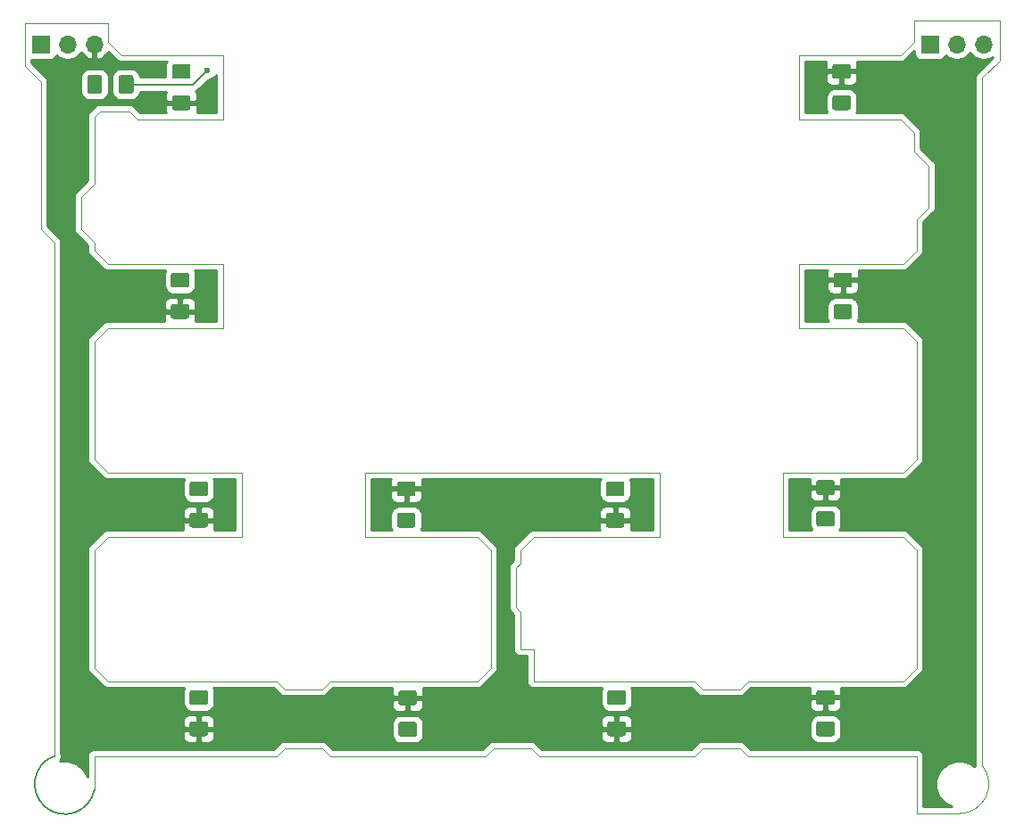
<source format=gbr>
G04 #@! TF.GenerationSoftware,KiCad,Pcbnew,(5.1.5)-3*
G04 #@! TF.CreationDate,2020-06-30T23:52:34-07:00*
G04 #@! TF.ProjectId,daughter,64617567-6874-4657-922e-6b696361645f,rev?*
G04 #@! TF.SameCoordinates,Original*
G04 #@! TF.FileFunction,Copper,L2,Bot*
G04 #@! TF.FilePolarity,Positive*
%FSLAX46Y46*%
G04 Gerber Fmt 4.6, Leading zero omitted, Abs format (unit mm)*
G04 Created by KiCad (PCBNEW (5.1.5)-3) date 2020-06-30 23:52:34*
%MOMM*%
%LPD*%
G04 APERTURE LIST*
%ADD10C,0.050000*%
%ADD11C,0.120000*%
%ADD12C,0.150000*%
%ADD13C,0.100000*%
%ADD14R,1.700000X1.700000*%
%ADD15O,1.700000X1.700000*%
%ADD16C,0.800000*%
%ADD17C,0.600000*%
%ADD18C,0.135000*%
%ADD19C,0.254000*%
G04 APERTURE END LIST*
D10*
X143510000Y-186690000D02*
X159512000Y-186690000D01*
X139192000Y-185928000D02*
X138430000Y-186690000D01*
X142748000Y-185928000D02*
X139192000Y-185928000D01*
X143510000Y-186690000D02*
X142748000Y-185928000D01*
X74930000Y-121158000D02*
X74930000Y-117094000D01*
X76454000Y-122682000D02*
X74930000Y-121158000D01*
X76454000Y-136652000D02*
X76454000Y-122682000D01*
X77724000Y-137922000D02*
X76454000Y-136652000D01*
X77724000Y-137922000D02*
X77724001Y-186690001D01*
X81534000Y-186690000D02*
X81536221Y-189928213D01*
X98806000Y-186690000D02*
X81534000Y-186690000D01*
X99568000Y-185928000D02*
X98806000Y-186690000D01*
X103124000Y-185928000D02*
X99568000Y-185928000D01*
X103886000Y-186690000D02*
X103124000Y-185928000D01*
X118618000Y-186690000D02*
X103886000Y-186690000D01*
X119380000Y-185928000D02*
X118618000Y-186690000D01*
X122936000Y-185928000D02*
X119380000Y-185928000D01*
X123698000Y-186690000D02*
X122936000Y-185928000D01*
X138430000Y-186690000D02*
X123698000Y-186690000D01*
X159512000Y-192151000D02*
X159512000Y-186690000D01*
X159512000Y-192151000D02*
X163576000Y-192151000D01*
X165735000Y-122301000D02*
X165735000Y-187579000D01*
X167386000Y-120650000D02*
X165735000Y-122301000D01*
X167386000Y-116840000D02*
X167386000Y-120650000D01*
X159258000Y-116840000D02*
X167386000Y-116840000D01*
X159258000Y-118872000D02*
X159258000Y-116840000D01*
X157988000Y-120142000D02*
X159258000Y-118872000D01*
X148336000Y-120142000D02*
X157988000Y-120142000D01*
X148336000Y-126238000D02*
X148336000Y-120142000D01*
X157988000Y-126238000D02*
X148336000Y-126238000D01*
X159258000Y-127508000D02*
X157988000Y-126238000D01*
X159258000Y-129286000D02*
X159258000Y-127508000D01*
X160655000Y-130683000D02*
X159258000Y-129286000D01*
X160655000Y-134620000D02*
X160655000Y-130683000D01*
X159512000Y-135763000D02*
X160655000Y-134620000D01*
X159512000Y-138684000D02*
X159512000Y-135763000D01*
X158242000Y-139954000D02*
X159512000Y-138684000D01*
X148336000Y-139954000D02*
X158242000Y-139954000D01*
X148336000Y-146050000D02*
X148336000Y-139954000D01*
X158242000Y-146050000D02*
X148336000Y-146050000D01*
X159512000Y-147320000D02*
X158242000Y-146050000D01*
X159512000Y-158496000D02*
X159512000Y-147320000D01*
X158242000Y-159766000D02*
X159512000Y-158496000D01*
X146812000Y-159766000D02*
X158242000Y-159766000D01*
X146812000Y-165862000D02*
X146812000Y-159766000D01*
X158242000Y-165862000D02*
X146812000Y-165862000D01*
X159512000Y-167132000D02*
X158242000Y-165862000D01*
X159512000Y-178308000D02*
X159512000Y-167132000D01*
X158242000Y-179578000D02*
X159512000Y-178308000D01*
X143510000Y-179578000D02*
X158242000Y-179578000D01*
X142748000Y-180340000D02*
X143510000Y-179578000D01*
X139192000Y-180340000D02*
X142748000Y-180340000D01*
X138430000Y-179578000D02*
X139192000Y-180340000D01*
X123190000Y-179578000D02*
X138430000Y-179578000D01*
X123190000Y-176530000D02*
X123190000Y-179578000D01*
X121920000Y-176530000D02*
X123190000Y-176530000D01*
X121920000Y-172974000D02*
X121920000Y-176530000D01*
X121539000Y-172593000D02*
X121920000Y-172974000D01*
X121539000Y-168783000D02*
X121539000Y-172593000D01*
X121920000Y-168402000D02*
X121539000Y-168783000D01*
X121920000Y-167132000D02*
X121920000Y-168402000D01*
X123190000Y-165862000D02*
X121920000Y-167132000D01*
X135128000Y-165862000D02*
X123190000Y-165862000D01*
X135128000Y-159766000D02*
X135128000Y-165862000D01*
X107188000Y-159766000D02*
X135128000Y-159766000D01*
X107188000Y-165862000D02*
X107188000Y-159766000D01*
X117856000Y-165862000D02*
X107188000Y-165862000D01*
X119126000Y-167132000D02*
X117856000Y-165862000D01*
X119126000Y-178308000D02*
X119126000Y-167132000D01*
X117856000Y-179578000D02*
X119126000Y-178308000D01*
X103886000Y-179578000D02*
X117856000Y-179578000D01*
X103124000Y-180340000D02*
X103886000Y-179578000D01*
X99568000Y-180340000D02*
X103124000Y-180340000D01*
X98806000Y-179578000D02*
X99568000Y-180340000D01*
X82804000Y-179578000D02*
X98806000Y-179578000D01*
X81534000Y-178308000D02*
X82804000Y-179578000D01*
X81534000Y-167132000D02*
X81534000Y-178308000D01*
X82804000Y-165862000D02*
X81534000Y-167132000D01*
X95504000Y-165862000D02*
X82804000Y-165862000D01*
X95504000Y-159766000D02*
X95504000Y-165862000D01*
X82804000Y-159766000D02*
X95504000Y-159766000D01*
X81534000Y-158496000D02*
X82804000Y-159766000D01*
X81534000Y-147320000D02*
X81534000Y-158496000D01*
X82804000Y-146050000D02*
X81534000Y-147320000D01*
X93726000Y-146050000D02*
X82804000Y-146050000D01*
X93726000Y-139954000D02*
X93726000Y-146050000D01*
X82804000Y-139954000D02*
X93726000Y-139954000D01*
X81534000Y-138684000D02*
X82804000Y-139954000D01*
X81534000Y-137922000D02*
X81534000Y-138684000D01*
X80264000Y-136652000D02*
X81534000Y-137922000D01*
X80264000Y-133604000D02*
X80264000Y-136652000D01*
X81534000Y-132334000D02*
X80264000Y-133604000D01*
X81534000Y-125984000D02*
X81534000Y-132334000D01*
X82042000Y-125476000D02*
X81534000Y-125984000D01*
X84836000Y-125476000D02*
X82042000Y-125476000D01*
X85598000Y-126238000D02*
X84836000Y-125476000D01*
X93726000Y-126238000D02*
X85598000Y-126238000D01*
X93726000Y-120142000D02*
X93726000Y-126238000D01*
X84074000Y-120142000D02*
X93726000Y-120142000D01*
X82804000Y-118872000D02*
X84074000Y-120142000D01*
X82804000Y-117094000D02*
X82804000Y-118872000D01*
X74930000Y-117094000D02*
X82804000Y-117094000D01*
D11*
X165731919Y-187579797D02*
G75*
G02X163576000Y-192151000I-2155919J-1777203D01*
G01*
D12*
X81536221Y-189928213D02*
G75*
G02X77724001Y-186690001I-2796221J571213D01*
G01*
G04 #@! TA.AperFunction,SMDPad,CuDef*
D13*
G36*
X85032504Y-122062204D02*
G01*
X85056773Y-122065804D01*
X85080571Y-122071765D01*
X85103671Y-122080030D01*
X85125849Y-122090520D01*
X85146893Y-122103133D01*
X85166598Y-122117747D01*
X85184777Y-122134223D01*
X85201253Y-122152402D01*
X85215867Y-122172107D01*
X85228480Y-122193151D01*
X85238970Y-122215329D01*
X85247235Y-122238429D01*
X85253196Y-122262227D01*
X85256796Y-122286496D01*
X85258000Y-122311000D01*
X85258000Y-123561000D01*
X85256796Y-123585504D01*
X85253196Y-123609773D01*
X85247235Y-123633571D01*
X85238970Y-123656671D01*
X85228480Y-123678849D01*
X85215867Y-123699893D01*
X85201253Y-123719598D01*
X85184777Y-123737777D01*
X85166598Y-123754253D01*
X85146893Y-123768867D01*
X85125849Y-123781480D01*
X85103671Y-123791970D01*
X85080571Y-123800235D01*
X85056773Y-123806196D01*
X85032504Y-123809796D01*
X85008000Y-123811000D01*
X84083000Y-123811000D01*
X84058496Y-123809796D01*
X84034227Y-123806196D01*
X84010429Y-123800235D01*
X83987329Y-123791970D01*
X83965151Y-123781480D01*
X83944107Y-123768867D01*
X83924402Y-123754253D01*
X83906223Y-123737777D01*
X83889747Y-123719598D01*
X83875133Y-123699893D01*
X83862520Y-123678849D01*
X83852030Y-123656671D01*
X83843765Y-123633571D01*
X83837804Y-123609773D01*
X83834204Y-123585504D01*
X83833000Y-123561000D01*
X83833000Y-122311000D01*
X83834204Y-122286496D01*
X83837804Y-122262227D01*
X83843765Y-122238429D01*
X83852030Y-122215329D01*
X83862520Y-122193151D01*
X83875133Y-122172107D01*
X83889747Y-122152402D01*
X83906223Y-122134223D01*
X83924402Y-122117747D01*
X83944107Y-122103133D01*
X83965151Y-122090520D01*
X83987329Y-122080030D01*
X84010429Y-122071765D01*
X84034227Y-122065804D01*
X84058496Y-122062204D01*
X84083000Y-122061000D01*
X85008000Y-122061000D01*
X85032504Y-122062204D01*
G37*
G04 #@! TD.AperFunction*
G04 #@! TA.AperFunction,SMDPad,CuDef*
G36*
X82057504Y-122062204D02*
G01*
X82081773Y-122065804D01*
X82105571Y-122071765D01*
X82128671Y-122080030D01*
X82150849Y-122090520D01*
X82171893Y-122103133D01*
X82191598Y-122117747D01*
X82209777Y-122134223D01*
X82226253Y-122152402D01*
X82240867Y-122172107D01*
X82253480Y-122193151D01*
X82263970Y-122215329D01*
X82272235Y-122238429D01*
X82278196Y-122262227D01*
X82281796Y-122286496D01*
X82283000Y-122311000D01*
X82283000Y-123561000D01*
X82281796Y-123585504D01*
X82278196Y-123609773D01*
X82272235Y-123633571D01*
X82263970Y-123656671D01*
X82253480Y-123678849D01*
X82240867Y-123699893D01*
X82226253Y-123719598D01*
X82209777Y-123737777D01*
X82191598Y-123754253D01*
X82171893Y-123768867D01*
X82150849Y-123781480D01*
X82128671Y-123791970D01*
X82105571Y-123800235D01*
X82081773Y-123806196D01*
X82057504Y-123809796D01*
X82033000Y-123811000D01*
X81108000Y-123811000D01*
X81083496Y-123809796D01*
X81059227Y-123806196D01*
X81035429Y-123800235D01*
X81012329Y-123791970D01*
X80990151Y-123781480D01*
X80969107Y-123768867D01*
X80949402Y-123754253D01*
X80931223Y-123737777D01*
X80914747Y-123719598D01*
X80900133Y-123699893D01*
X80887520Y-123678849D01*
X80877030Y-123656671D01*
X80868765Y-123633571D01*
X80862804Y-123609773D01*
X80859204Y-123585504D01*
X80858000Y-123561000D01*
X80858000Y-122311000D01*
X80859204Y-122286496D01*
X80862804Y-122262227D01*
X80868765Y-122238429D01*
X80877030Y-122215329D01*
X80887520Y-122193151D01*
X80900133Y-122172107D01*
X80914747Y-122152402D01*
X80931223Y-122134223D01*
X80949402Y-122117747D01*
X80969107Y-122103133D01*
X80990151Y-122090520D01*
X81012329Y-122080030D01*
X81035429Y-122071765D01*
X81059227Y-122065804D01*
X81083496Y-122062204D01*
X81108000Y-122061000D01*
X82033000Y-122061000D01*
X82057504Y-122062204D01*
G37*
G04 #@! TD.AperFunction*
G04 #@! TA.AperFunction,SMDPad,CuDef*
G36*
X92089504Y-183402204D02*
G01*
X92113773Y-183405804D01*
X92137571Y-183411765D01*
X92160671Y-183420030D01*
X92182849Y-183430520D01*
X92203893Y-183443133D01*
X92223598Y-183457747D01*
X92241777Y-183474223D01*
X92258253Y-183492402D01*
X92272867Y-183512107D01*
X92285480Y-183533151D01*
X92295970Y-183555329D01*
X92304235Y-183578429D01*
X92310196Y-183602227D01*
X92313796Y-183626496D01*
X92315000Y-183651000D01*
X92315000Y-184576000D01*
X92313796Y-184600504D01*
X92310196Y-184624773D01*
X92304235Y-184648571D01*
X92295970Y-184671671D01*
X92285480Y-184693849D01*
X92272867Y-184714893D01*
X92258253Y-184734598D01*
X92241777Y-184752777D01*
X92223598Y-184769253D01*
X92203893Y-184783867D01*
X92182849Y-184796480D01*
X92160671Y-184806970D01*
X92137571Y-184815235D01*
X92113773Y-184821196D01*
X92089504Y-184824796D01*
X92065000Y-184826000D01*
X90815000Y-184826000D01*
X90790496Y-184824796D01*
X90766227Y-184821196D01*
X90742429Y-184815235D01*
X90719329Y-184806970D01*
X90697151Y-184796480D01*
X90676107Y-184783867D01*
X90656402Y-184769253D01*
X90638223Y-184752777D01*
X90621747Y-184734598D01*
X90607133Y-184714893D01*
X90594520Y-184693849D01*
X90584030Y-184671671D01*
X90575765Y-184648571D01*
X90569804Y-184624773D01*
X90566204Y-184600504D01*
X90565000Y-184576000D01*
X90565000Y-183651000D01*
X90566204Y-183626496D01*
X90569804Y-183602227D01*
X90575765Y-183578429D01*
X90584030Y-183555329D01*
X90594520Y-183533151D01*
X90607133Y-183512107D01*
X90621747Y-183492402D01*
X90638223Y-183474223D01*
X90656402Y-183457747D01*
X90676107Y-183443133D01*
X90697151Y-183430520D01*
X90719329Y-183420030D01*
X90742429Y-183411765D01*
X90766227Y-183405804D01*
X90790496Y-183402204D01*
X90815000Y-183401000D01*
X92065000Y-183401000D01*
X92089504Y-183402204D01*
G37*
G04 #@! TD.AperFunction*
G04 #@! TA.AperFunction,SMDPad,CuDef*
G36*
X92089504Y-180427204D02*
G01*
X92113773Y-180430804D01*
X92137571Y-180436765D01*
X92160671Y-180445030D01*
X92182849Y-180455520D01*
X92203893Y-180468133D01*
X92223598Y-180482747D01*
X92241777Y-180499223D01*
X92258253Y-180517402D01*
X92272867Y-180537107D01*
X92285480Y-180558151D01*
X92295970Y-180580329D01*
X92304235Y-180603429D01*
X92310196Y-180627227D01*
X92313796Y-180651496D01*
X92315000Y-180676000D01*
X92315000Y-181601000D01*
X92313796Y-181625504D01*
X92310196Y-181649773D01*
X92304235Y-181673571D01*
X92295970Y-181696671D01*
X92285480Y-181718849D01*
X92272867Y-181739893D01*
X92258253Y-181759598D01*
X92241777Y-181777777D01*
X92223598Y-181794253D01*
X92203893Y-181808867D01*
X92182849Y-181821480D01*
X92160671Y-181831970D01*
X92137571Y-181840235D01*
X92113773Y-181846196D01*
X92089504Y-181849796D01*
X92065000Y-181851000D01*
X90815000Y-181851000D01*
X90790496Y-181849796D01*
X90766227Y-181846196D01*
X90742429Y-181840235D01*
X90719329Y-181831970D01*
X90697151Y-181821480D01*
X90676107Y-181808867D01*
X90656402Y-181794253D01*
X90638223Y-181777777D01*
X90621747Y-181759598D01*
X90607133Y-181739893D01*
X90594520Y-181718849D01*
X90584030Y-181696671D01*
X90575765Y-181673571D01*
X90569804Y-181649773D01*
X90566204Y-181625504D01*
X90565000Y-181601000D01*
X90565000Y-180676000D01*
X90566204Y-180651496D01*
X90569804Y-180627227D01*
X90575765Y-180603429D01*
X90584030Y-180580329D01*
X90594520Y-180558151D01*
X90607133Y-180537107D01*
X90621747Y-180517402D01*
X90638223Y-180499223D01*
X90656402Y-180482747D01*
X90676107Y-180468133D01*
X90697151Y-180455520D01*
X90719329Y-180445030D01*
X90742429Y-180436765D01*
X90766227Y-180430804D01*
X90790496Y-180427204D01*
X90815000Y-180426000D01*
X92065000Y-180426000D01*
X92089504Y-180427204D01*
G37*
G04 #@! TD.AperFunction*
G04 #@! TA.AperFunction,SMDPad,CuDef*
G36*
X92089504Y-163590204D02*
G01*
X92113773Y-163593804D01*
X92137571Y-163599765D01*
X92160671Y-163608030D01*
X92182849Y-163618520D01*
X92203893Y-163631133D01*
X92223598Y-163645747D01*
X92241777Y-163662223D01*
X92258253Y-163680402D01*
X92272867Y-163700107D01*
X92285480Y-163721151D01*
X92295970Y-163743329D01*
X92304235Y-163766429D01*
X92310196Y-163790227D01*
X92313796Y-163814496D01*
X92315000Y-163839000D01*
X92315000Y-164764000D01*
X92313796Y-164788504D01*
X92310196Y-164812773D01*
X92304235Y-164836571D01*
X92295970Y-164859671D01*
X92285480Y-164881849D01*
X92272867Y-164902893D01*
X92258253Y-164922598D01*
X92241777Y-164940777D01*
X92223598Y-164957253D01*
X92203893Y-164971867D01*
X92182849Y-164984480D01*
X92160671Y-164994970D01*
X92137571Y-165003235D01*
X92113773Y-165009196D01*
X92089504Y-165012796D01*
X92065000Y-165014000D01*
X90815000Y-165014000D01*
X90790496Y-165012796D01*
X90766227Y-165009196D01*
X90742429Y-165003235D01*
X90719329Y-164994970D01*
X90697151Y-164984480D01*
X90676107Y-164971867D01*
X90656402Y-164957253D01*
X90638223Y-164940777D01*
X90621747Y-164922598D01*
X90607133Y-164902893D01*
X90594520Y-164881849D01*
X90584030Y-164859671D01*
X90575765Y-164836571D01*
X90569804Y-164812773D01*
X90566204Y-164788504D01*
X90565000Y-164764000D01*
X90565000Y-163839000D01*
X90566204Y-163814496D01*
X90569804Y-163790227D01*
X90575765Y-163766429D01*
X90584030Y-163743329D01*
X90594520Y-163721151D01*
X90607133Y-163700107D01*
X90621747Y-163680402D01*
X90638223Y-163662223D01*
X90656402Y-163645747D01*
X90676107Y-163631133D01*
X90697151Y-163618520D01*
X90719329Y-163608030D01*
X90742429Y-163599765D01*
X90766227Y-163593804D01*
X90790496Y-163590204D01*
X90815000Y-163589000D01*
X92065000Y-163589000D01*
X92089504Y-163590204D01*
G37*
G04 #@! TD.AperFunction*
G04 #@! TA.AperFunction,SMDPad,CuDef*
G36*
X92089504Y-160615204D02*
G01*
X92113773Y-160618804D01*
X92137571Y-160624765D01*
X92160671Y-160633030D01*
X92182849Y-160643520D01*
X92203893Y-160656133D01*
X92223598Y-160670747D01*
X92241777Y-160687223D01*
X92258253Y-160705402D01*
X92272867Y-160725107D01*
X92285480Y-160746151D01*
X92295970Y-160768329D01*
X92304235Y-160791429D01*
X92310196Y-160815227D01*
X92313796Y-160839496D01*
X92315000Y-160864000D01*
X92315000Y-161789000D01*
X92313796Y-161813504D01*
X92310196Y-161837773D01*
X92304235Y-161861571D01*
X92295970Y-161884671D01*
X92285480Y-161906849D01*
X92272867Y-161927893D01*
X92258253Y-161947598D01*
X92241777Y-161965777D01*
X92223598Y-161982253D01*
X92203893Y-161996867D01*
X92182849Y-162009480D01*
X92160671Y-162019970D01*
X92137571Y-162028235D01*
X92113773Y-162034196D01*
X92089504Y-162037796D01*
X92065000Y-162039000D01*
X90815000Y-162039000D01*
X90790496Y-162037796D01*
X90766227Y-162034196D01*
X90742429Y-162028235D01*
X90719329Y-162019970D01*
X90697151Y-162009480D01*
X90676107Y-161996867D01*
X90656402Y-161982253D01*
X90638223Y-161965777D01*
X90621747Y-161947598D01*
X90607133Y-161927893D01*
X90594520Y-161906849D01*
X90584030Y-161884671D01*
X90575765Y-161861571D01*
X90569804Y-161837773D01*
X90566204Y-161813504D01*
X90565000Y-161789000D01*
X90565000Y-160864000D01*
X90566204Y-160839496D01*
X90569804Y-160815227D01*
X90575765Y-160791429D01*
X90584030Y-160768329D01*
X90594520Y-160746151D01*
X90607133Y-160725107D01*
X90621747Y-160705402D01*
X90638223Y-160687223D01*
X90656402Y-160670747D01*
X90676107Y-160656133D01*
X90697151Y-160643520D01*
X90719329Y-160633030D01*
X90742429Y-160624765D01*
X90766227Y-160618804D01*
X90790496Y-160615204D01*
X90815000Y-160614000D01*
X92065000Y-160614000D01*
X92089504Y-160615204D01*
G37*
G04 #@! TD.AperFunction*
G04 #@! TA.AperFunction,SMDPad,CuDef*
G36*
X90311504Y-140803204D02*
G01*
X90335773Y-140806804D01*
X90359571Y-140812765D01*
X90382671Y-140821030D01*
X90404849Y-140831520D01*
X90425893Y-140844133D01*
X90445598Y-140858747D01*
X90463777Y-140875223D01*
X90480253Y-140893402D01*
X90494867Y-140913107D01*
X90507480Y-140934151D01*
X90517970Y-140956329D01*
X90526235Y-140979429D01*
X90532196Y-141003227D01*
X90535796Y-141027496D01*
X90537000Y-141052000D01*
X90537000Y-141977000D01*
X90535796Y-142001504D01*
X90532196Y-142025773D01*
X90526235Y-142049571D01*
X90517970Y-142072671D01*
X90507480Y-142094849D01*
X90494867Y-142115893D01*
X90480253Y-142135598D01*
X90463777Y-142153777D01*
X90445598Y-142170253D01*
X90425893Y-142184867D01*
X90404849Y-142197480D01*
X90382671Y-142207970D01*
X90359571Y-142216235D01*
X90335773Y-142222196D01*
X90311504Y-142225796D01*
X90287000Y-142227000D01*
X89037000Y-142227000D01*
X89012496Y-142225796D01*
X88988227Y-142222196D01*
X88964429Y-142216235D01*
X88941329Y-142207970D01*
X88919151Y-142197480D01*
X88898107Y-142184867D01*
X88878402Y-142170253D01*
X88860223Y-142153777D01*
X88843747Y-142135598D01*
X88829133Y-142115893D01*
X88816520Y-142094849D01*
X88806030Y-142072671D01*
X88797765Y-142049571D01*
X88791804Y-142025773D01*
X88788204Y-142001504D01*
X88787000Y-141977000D01*
X88787000Y-141052000D01*
X88788204Y-141027496D01*
X88791804Y-141003227D01*
X88797765Y-140979429D01*
X88806030Y-140956329D01*
X88816520Y-140934151D01*
X88829133Y-140913107D01*
X88843747Y-140893402D01*
X88860223Y-140875223D01*
X88878402Y-140858747D01*
X88898107Y-140844133D01*
X88919151Y-140831520D01*
X88941329Y-140821030D01*
X88964429Y-140812765D01*
X88988227Y-140806804D01*
X89012496Y-140803204D01*
X89037000Y-140802000D01*
X90287000Y-140802000D01*
X90311504Y-140803204D01*
G37*
G04 #@! TD.AperFunction*
G04 #@! TA.AperFunction,SMDPad,CuDef*
G36*
X90311504Y-143778204D02*
G01*
X90335773Y-143781804D01*
X90359571Y-143787765D01*
X90382671Y-143796030D01*
X90404849Y-143806520D01*
X90425893Y-143819133D01*
X90445598Y-143833747D01*
X90463777Y-143850223D01*
X90480253Y-143868402D01*
X90494867Y-143888107D01*
X90507480Y-143909151D01*
X90517970Y-143931329D01*
X90526235Y-143954429D01*
X90532196Y-143978227D01*
X90535796Y-144002496D01*
X90537000Y-144027000D01*
X90537000Y-144952000D01*
X90535796Y-144976504D01*
X90532196Y-145000773D01*
X90526235Y-145024571D01*
X90517970Y-145047671D01*
X90507480Y-145069849D01*
X90494867Y-145090893D01*
X90480253Y-145110598D01*
X90463777Y-145128777D01*
X90445598Y-145145253D01*
X90425893Y-145159867D01*
X90404849Y-145172480D01*
X90382671Y-145182970D01*
X90359571Y-145191235D01*
X90335773Y-145197196D01*
X90311504Y-145200796D01*
X90287000Y-145202000D01*
X89037000Y-145202000D01*
X89012496Y-145200796D01*
X88988227Y-145197196D01*
X88964429Y-145191235D01*
X88941329Y-145182970D01*
X88919151Y-145172480D01*
X88898107Y-145159867D01*
X88878402Y-145145253D01*
X88860223Y-145128777D01*
X88843747Y-145110598D01*
X88829133Y-145090893D01*
X88816520Y-145069849D01*
X88806030Y-145047671D01*
X88797765Y-145024571D01*
X88791804Y-145000773D01*
X88788204Y-144976504D01*
X88787000Y-144952000D01*
X88787000Y-144027000D01*
X88788204Y-144002496D01*
X88791804Y-143978227D01*
X88797765Y-143954429D01*
X88806030Y-143931329D01*
X88816520Y-143909151D01*
X88829133Y-143888107D01*
X88843747Y-143868402D01*
X88860223Y-143850223D01*
X88878402Y-143833747D01*
X88898107Y-143819133D01*
X88919151Y-143806520D01*
X88941329Y-143796030D01*
X88964429Y-143787765D01*
X88988227Y-143781804D01*
X89012496Y-143778204D01*
X89037000Y-143777000D01*
X90287000Y-143777000D01*
X90311504Y-143778204D01*
G37*
G04 #@! TD.AperFunction*
G04 #@! TA.AperFunction,SMDPad,CuDef*
G36*
X90438504Y-123966204D02*
G01*
X90462773Y-123969804D01*
X90486571Y-123975765D01*
X90509671Y-123984030D01*
X90531849Y-123994520D01*
X90552893Y-124007133D01*
X90572598Y-124021747D01*
X90590777Y-124038223D01*
X90607253Y-124056402D01*
X90621867Y-124076107D01*
X90634480Y-124097151D01*
X90644970Y-124119329D01*
X90653235Y-124142429D01*
X90659196Y-124166227D01*
X90662796Y-124190496D01*
X90664000Y-124215000D01*
X90664000Y-125140000D01*
X90662796Y-125164504D01*
X90659196Y-125188773D01*
X90653235Y-125212571D01*
X90644970Y-125235671D01*
X90634480Y-125257849D01*
X90621867Y-125278893D01*
X90607253Y-125298598D01*
X90590777Y-125316777D01*
X90572598Y-125333253D01*
X90552893Y-125347867D01*
X90531849Y-125360480D01*
X90509671Y-125370970D01*
X90486571Y-125379235D01*
X90462773Y-125385196D01*
X90438504Y-125388796D01*
X90414000Y-125390000D01*
X89164000Y-125390000D01*
X89139496Y-125388796D01*
X89115227Y-125385196D01*
X89091429Y-125379235D01*
X89068329Y-125370970D01*
X89046151Y-125360480D01*
X89025107Y-125347867D01*
X89005402Y-125333253D01*
X88987223Y-125316777D01*
X88970747Y-125298598D01*
X88956133Y-125278893D01*
X88943520Y-125257849D01*
X88933030Y-125235671D01*
X88924765Y-125212571D01*
X88918804Y-125188773D01*
X88915204Y-125164504D01*
X88914000Y-125140000D01*
X88914000Y-124215000D01*
X88915204Y-124190496D01*
X88918804Y-124166227D01*
X88924765Y-124142429D01*
X88933030Y-124119329D01*
X88943520Y-124097151D01*
X88956133Y-124076107D01*
X88970747Y-124056402D01*
X88987223Y-124038223D01*
X89005402Y-124021747D01*
X89025107Y-124007133D01*
X89046151Y-123994520D01*
X89068329Y-123984030D01*
X89091429Y-123975765D01*
X89115227Y-123969804D01*
X89139496Y-123966204D01*
X89164000Y-123965000D01*
X90414000Y-123965000D01*
X90438504Y-123966204D01*
G37*
G04 #@! TD.AperFunction*
G04 #@! TA.AperFunction,SMDPad,CuDef*
G36*
X90438504Y-120991204D02*
G01*
X90462773Y-120994804D01*
X90486571Y-121000765D01*
X90509671Y-121009030D01*
X90531849Y-121019520D01*
X90552893Y-121032133D01*
X90572598Y-121046747D01*
X90590777Y-121063223D01*
X90607253Y-121081402D01*
X90621867Y-121101107D01*
X90634480Y-121122151D01*
X90644970Y-121144329D01*
X90653235Y-121167429D01*
X90659196Y-121191227D01*
X90662796Y-121215496D01*
X90664000Y-121240000D01*
X90664000Y-122165000D01*
X90662796Y-122189504D01*
X90659196Y-122213773D01*
X90653235Y-122237571D01*
X90644970Y-122260671D01*
X90634480Y-122282849D01*
X90621867Y-122303893D01*
X90607253Y-122323598D01*
X90590777Y-122341777D01*
X90572598Y-122358253D01*
X90552893Y-122372867D01*
X90531849Y-122385480D01*
X90509671Y-122395970D01*
X90486571Y-122404235D01*
X90462773Y-122410196D01*
X90438504Y-122413796D01*
X90414000Y-122415000D01*
X89164000Y-122415000D01*
X89139496Y-122413796D01*
X89115227Y-122410196D01*
X89091429Y-122404235D01*
X89068329Y-122395970D01*
X89046151Y-122385480D01*
X89025107Y-122372867D01*
X89005402Y-122358253D01*
X88987223Y-122341777D01*
X88970747Y-122323598D01*
X88956133Y-122303893D01*
X88943520Y-122282849D01*
X88933030Y-122260671D01*
X88924765Y-122237571D01*
X88918804Y-122213773D01*
X88915204Y-122189504D01*
X88914000Y-122165000D01*
X88914000Y-121240000D01*
X88915204Y-121215496D01*
X88918804Y-121191227D01*
X88924765Y-121167429D01*
X88933030Y-121144329D01*
X88943520Y-121122151D01*
X88956133Y-121101107D01*
X88970747Y-121081402D01*
X88987223Y-121063223D01*
X89005402Y-121046747D01*
X89025107Y-121032133D01*
X89046151Y-121019520D01*
X89068329Y-121009030D01*
X89091429Y-121000765D01*
X89115227Y-120994804D01*
X89139496Y-120991204D01*
X89164000Y-120990000D01*
X90414000Y-120990000D01*
X90438504Y-120991204D01*
G37*
G04 #@! TD.AperFunction*
G04 #@! TA.AperFunction,SMDPad,CuDef*
G36*
X131586504Y-163590204D02*
G01*
X131610773Y-163593804D01*
X131634571Y-163599765D01*
X131657671Y-163608030D01*
X131679849Y-163618520D01*
X131700893Y-163631133D01*
X131720598Y-163645747D01*
X131738777Y-163662223D01*
X131755253Y-163680402D01*
X131769867Y-163700107D01*
X131782480Y-163721151D01*
X131792970Y-163743329D01*
X131801235Y-163766429D01*
X131807196Y-163790227D01*
X131810796Y-163814496D01*
X131812000Y-163839000D01*
X131812000Y-164764000D01*
X131810796Y-164788504D01*
X131807196Y-164812773D01*
X131801235Y-164836571D01*
X131792970Y-164859671D01*
X131782480Y-164881849D01*
X131769867Y-164902893D01*
X131755253Y-164922598D01*
X131738777Y-164940777D01*
X131720598Y-164957253D01*
X131700893Y-164971867D01*
X131679849Y-164984480D01*
X131657671Y-164994970D01*
X131634571Y-165003235D01*
X131610773Y-165009196D01*
X131586504Y-165012796D01*
X131562000Y-165014000D01*
X130312000Y-165014000D01*
X130287496Y-165012796D01*
X130263227Y-165009196D01*
X130239429Y-165003235D01*
X130216329Y-164994970D01*
X130194151Y-164984480D01*
X130173107Y-164971867D01*
X130153402Y-164957253D01*
X130135223Y-164940777D01*
X130118747Y-164922598D01*
X130104133Y-164902893D01*
X130091520Y-164881849D01*
X130081030Y-164859671D01*
X130072765Y-164836571D01*
X130066804Y-164812773D01*
X130063204Y-164788504D01*
X130062000Y-164764000D01*
X130062000Y-163839000D01*
X130063204Y-163814496D01*
X130066804Y-163790227D01*
X130072765Y-163766429D01*
X130081030Y-163743329D01*
X130091520Y-163721151D01*
X130104133Y-163700107D01*
X130118747Y-163680402D01*
X130135223Y-163662223D01*
X130153402Y-163645747D01*
X130173107Y-163631133D01*
X130194151Y-163618520D01*
X130216329Y-163608030D01*
X130239429Y-163599765D01*
X130263227Y-163593804D01*
X130287496Y-163590204D01*
X130312000Y-163589000D01*
X131562000Y-163589000D01*
X131586504Y-163590204D01*
G37*
G04 #@! TD.AperFunction*
G04 #@! TA.AperFunction,SMDPad,CuDef*
G36*
X131586504Y-160615204D02*
G01*
X131610773Y-160618804D01*
X131634571Y-160624765D01*
X131657671Y-160633030D01*
X131679849Y-160643520D01*
X131700893Y-160656133D01*
X131720598Y-160670747D01*
X131738777Y-160687223D01*
X131755253Y-160705402D01*
X131769867Y-160725107D01*
X131782480Y-160746151D01*
X131792970Y-160768329D01*
X131801235Y-160791429D01*
X131807196Y-160815227D01*
X131810796Y-160839496D01*
X131812000Y-160864000D01*
X131812000Y-161789000D01*
X131810796Y-161813504D01*
X131807196Y-161837773D01*
X131801235Y-161861571D01*
X131792970Y-161884671D01*
X131782480Y-161906849D01*
X131769867Y-161927893D01*
X131755253Y-161947598D01*
X131738777Y-161965777D01*
X131720598Y-161982253D01*
X131700893Y-161996867D01*
X131679849Y-162009480D01*
X131657671Y-162019970D01*
X131634571Y-162028235D01*
X131610773Y-162034196D01*
X131586504Y-162037796D01*
X131562000Y-162039000D01*
X130312000Y-162039000D01*
X130287496Y-162037796D01*
X130263227Y-162034196D01*
X130239429Y-162028235D01*
X130216329Y-162019970D01*
X130194151Y-162009480D01*
X130173107Y-161996867D01*
X130153402Y-161982253D01*
X130135223Y-161965777D01*
X130118747Y-161947598D01*
X130104133Y-161927893D01*
X130091520Y-161906849D01*
X130081030Y-161884671D01*
X130072765Y-161861571D01*
X130066804Y-161837773D01*
X130063204Y-161813504D01*
X130062000Y-161789000D01*
X130062000Y-160864000D01*
X130063204Y-160839496D01*
X130066804Y-160815227D01*
X130072765Y-160791429D01*
X130081030Y-160768329D01*
X130091520Y-160746151D01*
X130104133Y-160725107D01*
X130118747Y-160705402D01*
X130135223Y-160687223D01*
X130153402Y-160670747D01*
X130173107Y-160656133D01*
X130194151Y-160643520D01*
X130216329Y-160633030D01*
X130239429Y-160624765D01*
X130263227Y-160618804D01*
X130287496Y-160615204D01*
X130312000Y-160614000D01*
X131562000Y-160614000D01*
X131586504Y-160615204D01*
G37*
G04 #@! TD.AperFunction*
G04 #@! TA.AperFunction,SMDPad,CuDef*
G36*
X111774504Y-163590204D02*
G01*
X111798773Y-163593804D01*
X111822571Y-163599765D01*
X111845671Y-163608030D01*
X111867849Y-163618520D01*
X111888893Y-163631133D01*
X111908598Y-163645747D01*
X111926777Y-163662223D01*
X111943253Y-163680402D01*
X111957867Y-163700107D01*
X111970480Y-163721151D01*
X111980970Y-163743329D01*
X111989235Y-163766429D01*
X111995196Y-163790227D01*
X111998796Y-163814496D01*
X112000000Y-163839000D01*
X112000000Y-164764000D01*
X111998796Y-164788504D01*
X111995196Y-164812773D01*
X111989235Y-164836571D01*
X111980970Y-164859671D01*
X111970480Y-164881849D01*
X111957867Y-164902893D01*
X111943253Y-164922598D01*
X111926777Y-164940777D01*
X111908598Y-164957253D01*
X111888893Y-164971867D01*
X111867849Y-164984480D01*
X111845671Y-164994970D01*
X111822571Y-165003235D01*
X111798773Y-165009196D01*
X111774504Y-165012796D01*
X111750000Y-165014000D01*
X110500000Y-165014000D01*
X110475496Y-165012796D01*
X110451227Y-165009196D01*
X110427429Y-165003235D01*
X110404329Y-164994970D01*
X110382151Y-164984480D01*
X110361107Y-164971867D01*
X110341402Y-164957253D01*
X110323223Y-164940777D01*
X110306747Y-164922598D01*
X110292133Y-164902893D01*
X110279520Y-164881849D01*
X110269030Y-164859671D01*
X110260765Y-164836571D01*
X110254804Y-164812773D01*
X110251204Y-164788504D01*
X110250000Y-164764000D01*
X110250000Y-163839000D01*
X110251204Y-163814496D01*
X110254804Y-163790227D01*
X110260765Y-163766429D01*
X110269030Y-163743329D01*
X110279520Y-163721151D01*
X110292133Y-163700107D01*
X110306747Y-163680402D01*
X110323223Y-163662223D01*
X110341402Y-163645747D01*
X110361107Y-163631133D01*
X110382151Y-163618520D01*
X110404329Y-163608030D01*
X110427429Y-163599765D01*
X110451227Y-163593804D01*
X110475496Y-163590204D01*
X110500000Y-163589000D01*
X111750000Y-163589000D01*
X111774504Y-163590204D01*
G37*
G04 #@! TD.AperFunction*
G04 #@! TA.AperFunction,SMDPad,CuDef*
G36*
X111774504Y-160615204D02*
G01*
X111798773Y-160618804D01*
X111822571Y-160624765D01*
X111845671Y-160633030D01*
X111867849Y-160643520D01*
X111888893Y-160656133D01*
X111908598Y-160670747D01*
X111926777Y-160687223D01*
X111943253Y-160705402D01*
X111957867Y-160725107D01*
X111970480Y-160746151D01*
X111980970Y-160768329D01*
X111989235Y-160791429D01*
X111995196Y-160815227D01*
X111998796Y-160839496D01*
X112000000Y-160864000D01*
X112000000Y-161789000D01*
X111998796Y-161813504D01*
X111995196Y-161837773D01*
X111989235Y-161861571D01*
X111980970Y-161884671D01*
X111970480Y-161906849D01*
X111957867Y-161927893D01*
X111943253Y-161947598D01*
X111926777Y-161965777D01*
X111908598Y-161982253D01*
X111888893Y-161996867D01*
X111867849Y-162009480D01*
X111845671Y-162019970D01*
X111822571Y-162028235D01*
X111798773Y-162034196D01*
X111774504Y-162037796D01*
X111750000Y-162039000D01*
X110500000Y-162039000D01*
X110475496Y-162037796D01*
X110451227Y-162034196D01*
X110427429Y-162028235D01*
X110404329Y-162019970D01*
X110382151Y-162009480D01*
X110361107Y-161996867D01*
X110341402Y-161982253D01*
X110323223Y-161965777D01*
X110306747Y-161947598D01*
X110292133Y-161927893D01*
X110279520Y-161906849D01*
X110269030Y-161884671D01*
X110260765Y-161861571D01*
X110254804Y-161837773D01*
X110251204Y-161813504D01*
X110250000Y-161789000D01*
X110250000Y-160864000D01*
X110251204Y-160839496D01*
X110254804Y-160815227D01*
X110260765Y-160791429D01*
X110269030Y-160768329D01*
X110279520Y-160746151D01*
X110292133Y-160725107D01*
X110306747Y-160705402D01*
X110323223Y-160687223D01*
X110341402Y-160670747D01*
X110361107Y-160656133D01*
X110382151Y-160643520D01*
X110404329Y-160633030D01*
X110427429Y-160624765D01*
X110451227Y-160618804D01*
X110475496Y-160615204D01*
X110500000Y-160614000D01*
X111750000Y-160614000D01*
X111774504Y-160615204D01*
G37*
G04 #@! TD.AperFunction*
G04 #@! TA.AperFunction,SMDPad,CuDef*
G36*
X131713504Y-183402204D02*
G01*
X131737773Y-183405804D01*
X131761571Y-183411765D01*
X131784671Y-183420030D01*
X131806849Y-183430520D01*
X131827893Y-183443133D01*
X131847598Y-183457747D01*
X131865777Y-183474223D01*
X131882253Y-183492402D01*
X131896867Y-183512107D01*
X131909480Y-183533151D01*
X131919970Y-183555329D01*
X131928235Y-183578429D01*
X131934196Y-183602227D01*
X131937796Y-183626496D01*
X131939000Y-183651000D01*
X131939000Y-184576000D01*
X131937796Y-184600504D01*
X131934196Y-184624773D01*
X131928235Y-184648571D01*
X131919970Y-184671671D01*
X131909480Y-184693849D01*
X131896867Y-184714893D01*
X131882253Y-184734598D01*
X131865777Y-184752777D01*
X131847598Y-184769253D01*
X131827893Y-184783867D01*
X131806849Y-184796480D01*
X131784671Y-184806970D01*
X131761571Y-184815235D01*
X131737773Y-184821196D01*
X131713504Y-184824796D01*
X131689000Y-184826000D01*
X130439000Y-184826000D01*
X130414496Y-184824796D01*
X130390227Y-184821196D01*
X130366429Y-184815235D01*
X130343329Y-184806970D01*
X130321151Y-184796480D01*
X130300107Y-184783867D01*
X130280402Y-184769253D01*
X130262223Y-184752777D01*
X130245747Y-184734598D01*
X130231133Y-184714893D01*
X130218520Y-184693849D01*
X130208030Y-184671671D01*
X130199765Y-184648571D01*
X130193804Y-184624773D01*
X130190204Y-184600504D01*
X130189000Y-184576000D01*
X130189000Y-183651000D01*
X130190204Y-183626496D01*
X130193804Y-183602227D01*
X130199765Y-183578429D01*
X130208030Y-183555329D01*
X130218520Y-183533151D01*
X130231133Y-183512107D01*
X130245747Y-183492402D01*
X130262223Y-183474223D01*
X130280402Y-183457747D01*
X130300107Y-183443133D01*
X130321151Y-183430520D01*
X130343329Y-183420030D01*
X130366429Y-183411765D01*
X130390227Y-183405804D01*
X130414496Y-183402204D01*
X130439000Y-183401000D01*
X131689000Y-183401000D01*
X131713504Y-183402204D01*
G37*
G04 #@! TD.AperFunction*
G04 #@! TA.AperFunction,SMDPad,CuDef*
G36*
X131713504Y-180427204D02*
G01*
X131737773Y-180430804D01*
X131761571Y-180436765D01*
X131784671Y-180445030D01*
X131806849Y-180455520D01*
X131827893Y-180468133D01*
X131847598Y-180482747D01*
X131865777Y-180499223D01*
X131882253Y-180517402D01*
X131896867Y-180537107D01*
X131909480Y-180558151D01*
X131919970Y-180580329D01*
X131928235Y-180603429D01*
X131934196Y-180627227D01*
X131937796Y-180651496D01*
X131939000Y-180676000D01*
X131939000Y-181601000D01*
X131937796Y-181625504D01*
X131934196Y-181649773D01*
X131928235Y-181673571D01*
X131919970Y-181696671D01*
X131909480Y-181718849D01*
X131896867Y-181739893D01*
X131882253Y-181759598D01*
X131865777Y-181777777D01*
X131847598Y-181794253D01*
X131827893Y-181808867D01*
X131806849Y-181821480D01*
X131784671Y-181831970D01*
X131761571Y-181840235D01*
X131737773Y-181846196D01*
X131713504Y-181849796D01*
X131689000Y-181851000D01*
X130439000Y-181851000D01*
X130414496Y-181849796D01*
X130390227Y-181846196D01*
X130366429Y-181840235D01*
X130343329Y-181831970D01*
X130321151Y-181821480D01*
X130300107Y-181808867D01*
X130280402Y-181794253D01*
X130262223Y-181777777D01*
X130245747Y-181759598D01*
X130231133Y-181739893D01*
X130218520Y-181718849D01*
X130208030Y-181696671D01*
X130199765Y-181673571D01*
X130193804Y-181649773D01*
X130190204Y-181625504D01*
X130189000Y-181601000D01*
X130189000Y-180676000D01*
X130190204Y-180651496D01*
X130193804Y-180627227D01*
X130199765Y-180603429D01*
X130208030Y-180580329D01*
X130218520Y-180558151D01*
X130231133Y-180537107D01*
X130245747Y-180517402D01*
X130262223Y-180499223D01*
X130280402Y-180482747D01*
X130300107Y-180468133D01*
X130321151Y-180455520D01*
X130343329Y-180445030D01*
X130366429Y-180436765D01*
X130390227Y-180430804D01*
X130414496Y-180427204D01*
X130439000Y-180426000D01*
X131689000Y-180426000D01*
X131713504Y-180427204D01*
G37*
G04 #@! TD.AperFunction*
G04 #@! TA.AperFunction,SMDPad,CuDef*
G36*
X111901504Y-180463704D02*
G01*
X111925773Y-180467304D01*
X111949571Y-180473265D01*
X111972671Y-180481530D01*
X111994849Y-180492020D01*
X112015893Y-180504633D01*
X112035598Y-180519247D01*
X112053777Y-180535723D01*
X112070253Y-180553902D01*
X112084867Y-180573607D01*
X112097480Y-180594651D01*
X112107970Y-180616829D01*
X112116235Y-180639929D01*
X112122196Y-180663727D01*
X112125796Y-180687996D01*
X112127000Y-180712500D01*
X112127000Y-181637500D01*
X112125796Y-181662004D01*
X112122196Y-181686273D01*
X112116235Y-181710071D01*
X112107970Y-181733171D01*
X112097480Y-181755349D01*
X112084867Y-181776393D01*
X112070253Y-181796098D01*
X112053777Y-181814277D01*
X112035598Y-181830753D01*
X112015893Y-181845367D01*
X111994849Y-181857980D01*
X111972671Y-181868470D01*
X111949571Y-181876735D01*
X111925773Y-181882696D01*
X111901504Y-181886296D01*
X111877000Y-181887500D01*
X110627000Y-181887500D01*
X110602496Y-181886296D01*
X110578227Y-181882696D01*
X110554429Y-181876735D01*
X110531329Y-181868470D01*
X110509151Y-181857980D01*
X110488107Y-181845367D01*
X110468402Y-181830753D01*
X110450223Y-181814277D01*
X110433747Y-181796098D01*
X110419133Y-181776393D01*
X110406520Y-181755349D01*
X110396030Y-181733171D01*
X110387765Y-181710071D01*
X110381804Y-181686273D01*
X110378204Y-181662004D01*
X110377000Y-181637500D01*
X110377000Y-180712500D01*
X110378204Y-180687996D01*
X110381804Y-180663727D01*
X110387765Y-180639929D01*
X110396030Y-180616829D01*
X110406520Y-180594651D01*
X110419133Y-180573607D01*
X110433747Y-180553902D01*
X110450223Y-180535723D01*
X110468402Y-180519247D01*
X110488107Y-180504633D01*
X110509151Y-180492020D01*
X110531329Y-180481530D01*
X110554429Y-180473265D01*
X110578227Y-180467304D01*
X110602496Y-180463704D01*
X110627000Y-180462500D01*
X111877000Y-180462500D01*
X111901504Y-180463704D01*
G37*
G04 #@! TD.AperFunction*
G04 #@! TA.AperFunction,SMDPad,CuDef*
G36*
X111901504Y-183438704D02*
G01*
X111925773Y-183442304D01*
X111949571Y-183448265D01*
X111972671Y-183456530D01*
X111994849Y-183467020D01*
X112015893Y-183479633D01*
X112035598Y-183494247D01*
X112053777Y-183510723D01*
X112070253Y-183528902D01*
X112084867Y-183548607D01*
X112097480Y-183569651D01*
X112107970Y-183591829D01*
X112116235Y-183614929D01*
X112122196Y-183638727D01*
X112125796Y-183662996D01*
X112127000Y-183687500D01*
X112127000Y-184612500D01*
X112125796Y-184637004D01*
X112122196Y-184661273D01*
X112116235Y-184685071D01*
X112107970Y-184708171D01*
X112097480Y-184730349D01*
X112084867Y-184751393D01*
X112070253Y-184771098D01*
X112053777Y-184789277D01*
X112035598Y-184805753D01*
X112015893Y-184820367D01*
X111994849Y-184832980D01*
X111972671Y-184843470D01*
X111949571Y-184851735D01*
X111925773Y-184857696D01*
X111901504Y-184861296D01*
X111877000Y-184862500D01*
X110627000Y-184862500D01*
X110602496Y-184861296D01*
X110578227Y-184857696D01*
X110554429Y-184851735D01*
X110531329Y-184843470D01*
X110509151Y-184832980D01*
X110488107Y-184820367D01*
X110468402Y-184805753D01*
X110450223Y-184789277D01*
X110433747Y-184771098D01*
X110419133Y-184751393D01*
X110406520Y-184730349D01*
X110396030Y-184708171D01*
X110387765Y-184685071D01*
X110381804Y-184661273D01*
X110378204Y-184637004D01*
X110377000Y-184612500D01*
X110377000Y-183687500D01*
X110378204Y-183662996D01*
X110381804Y-183638727D01*
X110387765Y-183614929D01*
X110396030Y-183591829D01*
X110406520Y-183569651D01*
X110419133Y-183548607D01*
X110433747Y-183528902D01*
X110450223Y-183510723D01*
X110468402Y-183494247D01*
X110488107Y-183479633D01*
X110509151Y-183467020D01*
X110531329Y-183456530D01*
X110554429Y-183448265D01*
X110578227Y-183442304D01*
X110602496Y-183438704D01*
X110627000Y-183437500D01*
X111877000Y-183437500D01*
X111901504Y-183438704D01*
G37*
G04 #@! TD.AperFunction*
G04 #@! TA.AperFunction,SMDPad,CuDef*
G36*
X153049504Y-123966204D02*
G01*
X153073773Y-123969804D01*
X153097571Y-123975765D01*
X153120671Y-123984030D01*
X153142849Y-123994520D01*
X153163893Y-124007133D01*
X153183598Y-124021747D01*
X153201777Y-124038223D01*
X153218253Y-124056402D01*
X153232867Y-124076107D01*
X153245480Y-124097151D01*
X153255970Y-124119329D01*
X153264235Y-124142429D01*
X153270196Y-124166227D01*
X153273796Y-124190496D01*
X153275000Y-124215000D01*
X153275000Y-125140000D01*
X153273796Y-125164504D01*
X153270196Y-125188773D01*
X153264235Y-125212571D01*
X153255970Y-125235671D01*
X153245480Y-125257849D01*
X153232867Y-125278893D01*
X153218253Y-125298598D01*
X153201777Y-125316777D01*
X153183598Y-125333253D01*
X153163893Y-125347867D01*
X153142849Y-125360480D01*
X153120671Y-125370970D01*
X153097571Y-125379235D01*
X153073773Y-125385196D01*
X153049504Y-125388796D01*
X153025000Y-125390000D01*
X151775000Y-125390000D01*
X151750496Y-125388796D01*
X151726227Y-125385196D01*
X151702429Y-125379235D01*
X151679329Y-125370970D01*
X151657151Y-125360480D01*
X151636107Y-125347867D01*
X151616402Y-125333253D01*
X151598223Y-125316777D01*
X151581747Y-125298598D01*
X151567133Y-125278893D01*
X151554520Y-125257849D01*
X151544030Y-125235671D01*
X151535765Y-125212571D01*
X151529804Y-125188773D01*
X151526204Y-125164504D01*
X151525000Y-125140000D01*
X151525000Y-124215000D01*
X151526204Y-124190496D01*
X151529804Y-124166227D01*
X151535765Y-124142429D01*
X151544030Y-124119329D01*
X151554520Y-124097151D01*
X151567133Y-124076107D01*
X151581747Y-124056402D01*
X151598223Y-124038223D01*
X151616402Y-124021747D01*
X151636107Y-124007133D01*
X151657151Y-123994520D01*
X151679329Y-123984030D01*
X151702429Y-123975765D01*
X151726227Y-123969804D01*
X151750496Y-123966204D01*
X151775000Y-123965000D01*
X153025000Y-123965000D01*
X153049504Y-123966204D01*
G37*
G04 #@! TD.AperFunction*
G04 #@! TA.AperFunction,SMDPad,CuDef*
G36*
X153049504Y-120991204D02*
G01*
X153073773Y-120994804D01*
X153097571Y-121000765D01*
X153120671Y-121009030D01*
X153142849Y-121019520D01*
X153163893Y-121032133D01*
X153183598Y-121046747D01*
X153201777Y-121063223D01*
X153218253Y-121081402D01*
X153232867Y-121101107D01*
X153245480Y-121122151D01*
X153255970Y-121144329D01*
X153264235Y-121167429D01*
X153270196Y-121191227D01*
X153273796Y-121215496D01*
X153275000Y-121240000D01*
X153275000Y-122165000D01*
X153273796Y-122189504D01*
X153270196Y-122213773D01*
X153264235Y-122237571D01*
X153255970Y-122260671D01*
X153245480Y-122282849D01*
X153232867Y-122303893D01*
X153218253Y-122323598D01*
X153201777Y-122341777D01*
X153183598Y-122358253D01*
X153163893Y-122372867D01*
X153142849Y-122385480D01*
X153120671Y-122395970D01*
X153097571Y-122404235D01*
X153073773Y-122410196D01*
X153049504Y-122413796D01*
X153025000Y-122415000D01*
X151775000Y-122415000D01*
X151750496Y-122413796D01*
X151726227Y-122410196D01*
X151702429Y-122404235D01*
X151679329Y-122395970D01*
X151657151Y-122385480D01*
X151636107Y-122372867D01*
X151616402Y-122358253D01*
X151598223Y-122341777D01*
X151581747Y-122323598D01*
X151567133Y-122303893D01*
X151554520Y-122282849D01*
X151544030Y-122260671D01*
X151535765Y-122237571D01*
X151529804Y-122213773D01*
X151526204Y-122189504D01*
X151525000Y-122165000D01*
X151525000Y-121240000D01*
X151526204Y-121215496D01*
X151529804Y-121191227D01*
X151535765Y-121167429D01*
X151544030Y-121144329D01*
X151554520Y-121122151D01*
X151567133Y-121101107D01*
X151581747Y-121081402D01*
X151598223Y-121063223D01*
X151616402Y-121046747D01*
X151636107Y-121032133D01*
X151657151Y-121019520D01*
X151679329Y-121009030D01*
X151702429Y-121000765D01*
X151726227Y-120994804D01*
X151750496Y-120991204D01*
X151775000Y-120990000D01*
X153025000Y-120990000D01*
X153049504Y-120991204D01*
G37*
G04 #@! TD.AperFunction*
G04 #@! TA.AperFunction,SMDPad,CuDef*
G36*
X153176504Y-143778204D02*
G01*
X153200773Y-143781804D01*
X153224571Y-143787765D01*
X153247671Y-143796030D01*
X153269849Y-143806520D01*
X153290893Y-143819133D01*
X153310598Y-143833747D01*
X153328777Y-143850223D01*
X153345253Y-143868402D01*
X153359867Y-143888107D01*
X153372480Y-143909151D01*
X153382970Y-143931329D01*
X153391235Y-143954429D01*
X153397196Y-143978227D01*
X153400796Y-144002496D01*
X153402000Y-144027000D01*
X153402000Y-144952000D01*
X153400796Y-144976504D01*
X153397196Y-145000773D01*
X153391235Y-145024571D01*
X153382970Y-145047671D01*
X153372480Y-145069849D01*
X153359867Y-145090893D01*
X153345253Y-145110598D01*
X153328777Y-145128777D01*
X153310598Y-145145253D01*
X153290893Y-145159867D01*
X153269849Y-145172480D01*
X153247671Y-145182970D01*
X153224571Y-145191235D01*
X153200773Y-145197196D01*
X153176504Y-145200796D01*
X153152000Y-145202000D01*
X151902000Y-145202000D01*
X151877496Y-145200796D01*
X151853227Y-145197196D01*
X151829429Y-145191235D01*
X151806329Y-145182970D01*
X151784151Y-145172480D01*
X151763107Y-145159867D01*
X151743402Y-145145253D01*
X151725223Y-145128777D01*
X151708747Y-145110598D01*
X151694133Y-145090893D01*
X151681520Y-145069849D01*
X151671030Y-145047671D01*
X151662765Y-145024571D01*
X151656804Y-145000773D01*
X151653204Y-144976504D01*
X151652000Y-144952000D01*
X151652000Y-144027000D01*
X151653204Y-144002496D01*
X151656804Y-143978227D01*
X151662765Y-143954429D01*
X151671030Y-143931329D01*
X151681520Y-143909151D01*
X151694133Y-143888107D01*
X151708747Y-143868402D01*
X151725223Y-143850223D01*
X151743402Y-143833747D01*
X151763107Y-143819133D01*
X151784151Y-143806520D01*
X151806329Y-143796030D01*
X151829429Y-143787765D01*
X151853227Y-143781804D01*
X151877496Y-143778204D01*
X151902000Y-143777000D01*
X153152000Y-143777000D01*
X153176504Y-143778204D01*
G37*
G04 #@! TD.AperFunction*
G04 #@! TA.AperFunction,SMDPad,CuDef*
G36*
X153176504Y-140803204D02*
G01*
X153200773Y-140806804D01*
X153224571Y-140812765D01*
X153247671Y-140821030D01*
X153269849Y-140831520D01*
X153290893Y-140844133D01*
X153310598Y-140858747D01*
X153328777Y-140875223D01*
X153345253Y-140893402D01*
X153359867Y-140913107D01*
X153372480Y-140934151D01*
X153382970Y-140956329D01*
X153391235Y-140979429D01*
X153397196Y-141003227D01*
X153400796Y-141027496D01*
X153402000Y-141052000D01*
X153402000Y-141977000D01*
X153400796Y-142001504D01*
X153397196Y-142025773D01*
X153391235Y-142049571D01*
X153382970Y-142072671D01*
X153372480Y-142094849D01*
X153359867Y-142115893D01*
X153345253Y-142135598D01*
X153328777Y-142153777D01*
X153310598Y-142170253D01*
X153290893Y-142184867D01*
X153269849Y-142197480D01*
X153247671Y-142207970D01*
X153224571Y-142216235D01*
X153200773Y-142222196D01*
X153176504Y-142225796D01*
X153152000Y-142227000D01*
X151902000Y-142227000D01*
X151877496Y-142225796D01*
X151853227Y-142222196D01*
X151829429Y-142216235D01*
X151806329Y-142207970D01*
X151784151Y-142197480D01*
X151763107Y-142184867D01*
X151743402Y-142170253D01*
X151725223Y-142153777D01*
X151708747Y-142135598D01*
X151694133Y-142115893D01*
X151681520Y-142094849D01*
X151671030Y-142072671D01*
X151662765Y-142049571D01*
X151656804Y-142025773D01*
X151653204Y-142001504D01*
X151652000Y-141977000D01*
X151652000Y-141052000D01*
X151653204Y-141027496D01*
X151656804Y-141003227D01*
X151662765Y-140979429D01*
X151671030Y-140956329D01*
X151681520Y-140934151D01*
X151694133Y-140913107D01*
X151708747Y-140893402D01*
X151725223Y-140875223D01*
X151743402Y-140858747D01*
X151763107Y-140844133D01*
X151784151Y-140831520D01*
X151806329Y-140821030D01*
X151829429Y-140812765D01*
X151853227Y-140806804D01*
X151877496Y-140803204D01*
X151902000Y-140802000D01*
X153152000Y-140802000D01*
X153176504Y-140803204D01*
G37*
G04 #@! TD.AperFunction*
G04 #@! TA.AperFunction,SMDPad,CuDef*
G36*
X151525504Y-160488204D02*
G01*
X151549773Y-160491804D01*
X151573571Y-160497765D01*
X151596671Y-160506030D01*
X151618849Y-160516520D01*
X151639893Y-160529133D01*
X151659598Y-160543747D01*
X151677777Y-160560223D01*
X151694253Y-160578402D01*
X151708867Y-160598107D01*
X151721480Y-160619151D01*
X151731970Y-160641329D01*
X151740235Y-160664429D01*
X151746196Y-160688227D01*
X151749796Y-160712496D01*
X151751000Y-160737000D01*
X151751000Y-161662000D01*
X151749796Y-161686504D01*
X151746196Y-161710773D01*
X151740235Y-161734571D01*
X151731970Y-161757671D01*
X151721480Y-161779849D01*
X151708867Y-161800893D01*
X151694253Y-161820598D01*
X151677777Y-161838777D01*
X151659598Y-161855253D01*
X151639893Y-161869867D01*
X151618849Y-161882480D01*
X151596671Y-161892970D01*
X151573571Y-161901235D01*
X151549773Y-161907196D01*
X151525504Y-161910796D01*
X151501000Y-161912000D01*
X150251000Y-161912000D01*
X150226496Y-161910796D01*
X150202227Y-161907196D01*
X150178429Y-161901235D01*
X150155329Y-161892970D01*
X150133151Y-161882480D01*
X150112107Y-161869867D01*
X150092402Y-161855253D01*
X150074223Y-161838777D01*
X150057747Y-161820598D01*
X150043133Y-161800893D01*
X150030520Y-161779849D01*
X150020030Y-161757671D01*
X150011765Y-161734571D01*
X150005804Y-161710773D01*
X150002204Y-161686504D01*
X150001000Y-161662000D01*
X150001000Y-160737000D01*
X150002204Y-160712496D01*
X150005804Y-160688227D01*
X150011765Y-160664429D01*
X150020030Y-160641329D01*
X150030520Y-160619151D01*
X150043133Y-160598107D01*
X150057747Y-160578402D01*
X150074223Y-160560223D01*
X150092402Y-160543747D01*
X150112107Y-160529133D01*
X150133151Y-160516520D01*
X150155329Y-160506030D01*
X150178429Y-160497765D01*
X150202227Y-160491804D01*
X150226496Y-160488204D01*
X150251000Y-160487000D01*
X151501000Y-160487000D01*
X151525504Y-160488204D01*
G37*
G04 #@! TD.AperFunction*
G04 #@! TA.AperFunction,SMDPad,CuDef*
G36*
X151525504Y-163463204D02*
G01*
X151549773Y-163466804D01*
X151573571Y-163472765D01*
X151596671Y-163481030D01*
X151618849Y-163491520D01*
X151639893Y-163504133D01*
X151659598Y-163518747D01*
X151677777Y-163535223D01*
X151694253Y-163553402D01*
X151708867Y-163573107D01*
X151721480Y-163594151D01*
X151731970Y-163616329D01*
X151740235Y-163639429D01*
X151746196Y-163663227D01*
X151749796Y-163687496D01*
X151751000Y-163712000D01*
X151751000Y-164637000D01*
X151749796Y-164661504D01*
X151746196Y-164685773D01*
X151740235Y-164709571D01*
X151731970Y-164732671D01*
X151721480Y-164754849D01*
X151708867Y-164775893D01*
X151694253Y-164795598D01*
X151677777Y-164813777D01*
X151659598Y-164830253D01*
X151639893Y-164844867D01*
X151618849Y-164857480D01*
X151596671Y-164867970D01*
X151573571Y-164876235D01*
X151549773Y-164882196D01*
X151525504Y-164885796D01*
X151501000Y-164887000D01*
X150251000Y-164887000D01*
X150226496Y-164885796D01*
X150202227Y-164882196D01*
X150178429Y-164876235D01*
X150155329Y-164867970D01*
X150133151Y-164857480D01*
X150112107Y-164844867D01*
X150092402Y-164830253D01*
X150074223Y-164813777D01*
X150057747Y-164795598D01*
X150043133Y-164775893D01*
X150030520Y-164754849D01*
X150020030Y-164732671D01*
X150011765Y-164709571D01*
X150005804Y-164685773D01*
X150002204Y-164661504D01*
X150001000Y-164637000D01*
X150001000Y-163712000D01*
X150002204Y-163687496D01*
X150005804Y-163663227D01*
X150011765Y-163639429D01*
X150020030Y-163616329D01*
X150030520Y-163594151D01*
X150043133Y-163573107D01*
X150057747Y-163553402D01*
X150074223Y-163535223D01*
X150092402Y-163518747D01*
X150112107Y-163504133D01*
X150133151Y-163491520D01*
X150155329Y-163481030D01*
X150178429Y-163472765D01*
X150202227Y-163466804D01*
X150226496Y-163463204D01*
X150251000Y-163462000D01*
X151501000Y-163462000D01*
X151525504Y-163463204D01*
G37*
G04 #@! TD.AperFunction*
G04 #@! TA.AperFunction,SMDPad,CuDef*
G36*
X151525504Y-180427204D02*
G01*
X151549773Y-180430804D01*
X151573571Y-180436765D01*
X151596671Y-180445030D01*
X151618849Y-180455520D01*
X151639893Y-180468133D01*
X151659598Y-180482747D01*
X151677777Y-180499223D01*
X151694253Y-180517402D01*
X151708867Y-180537107D01*
X151721480Y-180558151D01*
X151731970Y-180580329D01*
X151740235Y-180603429D01*
X151746196Y-180627227D01*
X151749796Y-180651496D01*
X151751000Y-180676000D01*
X151751000Y-181601000D01*
X151749796Y-181625504D01*
X151746196Y-181649773D01*
X151740235Y-181673571D01*
X151731970Y-181696671D01*
X151721480Y-181718849D01*
X151708867Y-181739893D01*
X151694253Y-181759598D01*
X151677777Y-181777777D01*
X151659598Y-181794253D01*
X151639893Y-181808867D01*
X151618849Y-181821480D01*
X151596671Y-181831970D01*
X151573571Y-181840235D01*
X151549773Y-181846196D01*
X151525504Y-181849796D01*
X151501000Y-181851000D01*
X150251000Y-181851000D01*
X150226496Y-181849796D01*
X150202227Y-181846196D01*
X150178429Y-181840235D01*
X150155329Y-181831970D01*
X150133151Y-181821480D01*
X150112107Y-181808867D01*
X150092402Y-181794253D01*
X150074223Y-181777777D01*
X150057747Y-181759598D01*
X150043133Y-181739893D01*
X150030520Y-181718849D01*
X150020030Y-181696671D01*
X150011765Y-181673571D01*
X150005804Y-181649773D01*
X150002204Y-181625504D01*
X150001000Y-181601000D01*
X150001000Y-180676000D01*
X150002204Y-180651496D01*
X150005804Y-180627227D01*
X150011765Y-180603429D01*
X150020030Y-180580329D01*
X150030520Y-180558151D01*
X150043133Y-180537107D01*
X150057747Y-180517402D01*
X150074223Y-180499223D01*
X150092402Y-180482747D01*
X150112107Y-180468133D01*
X150133151Y-180455520D01*
X150155329Y-180445030D01*
X150178429Y-180436765D01*
X150202227Y-180430804D01*
X150226496Y-180427204D01*
X150251000Y-180426000D01*
X151501000Y-180426000D01*
X151525504Y-180427204D01*
G37*
G04 #@! TD.AperFunction*
G04 #@! TA.AperFunction,SMDPad,CuDef*
G36*
X151525504Y-183402204D02*
G01*
X151549773Y-183405804D01*
X151573571Y-183411765D01*
X151596671Y-183420030D01*
X151618849Y-183430520D01*
X151639893Y-183443133D01*
X151659598Y-183457747D01*
X151677777Y-183474223D01*
X151694253Y-183492402D01*
X151708867Y-183512107D01*
X151721480Y-183533151D01*
X151731970Y-183555329D01*
X151740235Y-183578429D01*
X151746196Y-183602227D01*
X151749796Y-183626496D01*
X151751000Y-183651000D01*
X151751000Y-184576000D01*
X151749796Y-184600504D01*
X151746196Y-184624773D01*
X151740235Y-184648571D01*
X151731970Y-184671671D01*
X151721480Y-184693849D01*
X151708867Y-184714893D01*
X151694253Y-184734598D01*
X151677777Y-184752777D01*
X151659598Y-184769253D01*
X151639893Y-184783867D01*
X151618849Y-184796480D01*
X151596671Y-184806970D01*
X151573571Y-184815235D01*
X151549773Y-184821196D01*
X151525504Y-184824796D01*
X151501000Y-184826000D01*
X150251000Y-184826000D01*
X150226496Y-184824796D01*
X150202227Y-184821196D01*
X150178429Y-184815235D01*
X150155329Y-184806970D01*
X150133151Y-184796480D01*
X150112107Y-184783867D01*
X150092402Y-184769253D01*
X150074223Y-184752777D01*
X150057747Y-184734598D01*
X150043133Y-184714893D01*
X150030520Y-184693849D01*
X150020030Y-184671671D01*
X150011765Y-184648571D01*
X150005804Y-184624773D01*
X150002204Y-184600504D01*
X150001000Y-184576000D01*
X150001000Y-183651000D01*
X150002204Y-183626496D01*
X150005804Y-183602227D01*
X150011765Y-183578429D01*
X150020030Y-183555329D01*
X150030520Y-183533151D01*
X150043133Y-183512107D01*
X150057747Y-183492402D01*
X150074223Y-183474223D01*
X150092402Y-183457747D01*
X150112107Y-183443133D01*
X150133151Y-183430520D01*
X150155329Y-183420030D01*
X150178429Y-183411765D01*
X150202227Y-183405804D01*
X150226496Y-183402204D01*
X150251000Y-183401000D01*
X151501000Y-183401000D01*
X151525504Y-183402204D01*
G37*
G04 #@! TD.AperFunction*
D14*
X76454000Y-119126000D03*
D15*
X78994000Y-119126000D03*
X81534000Y-119126000D03*
D14*
X160782000Y-119126000D03*
D15*
X163322000Y-119126000D03*
X165862000Y-119126000D03*
D16*
X152400000Y-121702500D03*
X152527000Y-141514500D03*
X150876000Y-161199500D03*
X150876000Y-181138500D03*
X131064000Y-184113500D03*
X130937000Y-164301500D03*
X111125000Y-161326500D03*
X111252000Y-181175000D03*
X91440000Y-184113500D03*
X91440000Y-164301500D03*
X89662000Y-144489500D03*
X89789000Y-124677500D03*
X89662000Y-141514500D03*
X91440000Y-161326500D03*
X111125000Y-164301500D03*
X130937000Y-161326500D03*
X111252000Y-184150000D03*
X131064000Y-181138500D03*
X150876000Y-184113500D03*
X150876000Y-164174500D03*
X152527000Y-144489500D03*
X152400000Y-124677500D03*
X91440000Y-181138500D03*
X89789000Y-121702500D03*
D17*
X92239000Y-121590000D03*
D16*
X81570500Y-122936000D03*
D18*
X84545500Y-122936000D02*
X90893000Y-122936000D01*
X90893000Y-122936000D02*
X92239000Y-121590000D01*
D19*
G36*
X81661000Y-118999000D02*
G01*
X81681000Y-118999000D01*
X81681000Y-119253000D01*
X81661000Y-119253000D01*
X81661000Y-120446155D01*
X81890890Y-120567476D01*
X82038099Y-120522825D01*
X82300920Y-120397641D01*
X82534269Y-120223588D01*
X82729178Y-120007355D01*
X82832507Y-119833888D01*
X83584388Y-120585769D01*
X83605052Y-120610948D01*
X83630231Y-120631612D01*
X83630233Y-120631614D01*
X83705549Y-120693425D01*
X83745487Y-120714772D01*
X83820207Y-120754710D01*
X83944617Y-120792450D01*
X84041581Y-120802000D01*
X84041590Y-120802000D01*
X84073999Y-120805192D01*
X84106408Y-120802000D01*
X88395990Y-120802000D01*
X88343528Y-120900150D01*
X88292992Y-121066746D01*
X88275928Y-121240000D01*
X88275928Y-122165000D01*
X88282675Y-122233500D01*
X85888439Y-122233500D01*
X85879008Y-122137746D01*
X85828472Y-121971150D01*
X85746405Y-121817614D01*
X85635962Y-121683038D01*
X85501386Y-121572595D01*
X85347850Y-121490528D01*
X85181254Y-121439992D01*
X85008000Y-121422928D01*
X84083000Y-121422928D01*
X83909746Y-121439992D01*
X83743150Y-121490528D01*
X83589614Y-121572595D01*
X83455038Y-121683038D01*
X83344595Y-121817614D01*
X83262528Y-121971150D01*
X83211992Y-122137746D01*
X83194928Y-122311000D01*
X83194928Y-123561000D01*
X83211992Y-123734254D01*
X83262528Y-123900850D01*
X83344595Y-124054386D01*
X83455038Y-124188962D01*
X83589614Y-124299405D01*
X83743150Y-124381472D01*
X83909746Y-124432008D01*
X84083000Y-124449072D01*
X85008000Y-124449072D01*
X85181254Y-124432008D01*
X85347850Y-124381472D01*
X85501386Y-124299405D01*
X85635962Y-124188962D01*
X85746405Y-124054386D01*
X85828472Y-123900850D01*
X85879008Y-123734254D01*
X85888439Y-123638500D01*
X88368500Y-123638500D01*
X88324498Y-123720820D01*
X88288188Y-123840518D01*
X88275928Y-123965000D01*
X88279000Y-124391750D01*
X88437750Y-124550500D01*
X89662000Y-124550500D01*
X89662000Y-124530500D01*
X89916000Y-124530500D01*
X89916000Y-124550500D01*
X91140250Y-124550500D01*
X91299000Y-124391750D01*
X91302072Y-123965000D01*
X91289812Y-123840518D01*
X91253502Y-123720820D01*
X91194537Y-123610506D01*
X91172219Y-123583311D01*
X91285176Y-123522934D01*
X91392146Y-123435146D01*
X91414150Y-123408334D01*
X92297485Y-122525000D01*
X92331089Y-122525000D01*
X92511729Y-122489068D01*
X92681889Y-122418586D01*
X92835028Y-122316262D01*
X92965262Y-122186028D01*
X93066000Y-122035262D01*
X93066001Y-125578000D01*
X91270544Y-125578000D01*
X91289812Y-125514482D01*
X91302072Y-125390000D01*
X91299000Y-124963250D01*
X91140250Y-124804500D01*
X89916000Y-124804500D01*
X89916000Y-124824500D01*
X89662000Y-124824500D01*
X89662000Y-124804500D01*
X88437750Y-124804500D01*
X88279000Y-124963250D01*
X88275928Y-125390000D01*
X88288188Y-125514482D01*
X88307456Y-125578000D01*
X85871381Y-125578000D01*
X85325616Y-125032236D01*
X85304948Y-125007052D01*
X85204450Y-124924575D01*
X85089793Y-124863290D01*
X84965383Y-124825550D01*
X84868419Y-124816000D01*
X84868409Y-124816000D01*
X84836000Y-124812808D01*
X84803591Y-124816000D01*
X82074408Y-124816000D01*
X82041999Y-124812808D01*
X82009590Y-124816000D01*
X82009581Y-124816000D01*
X81912617Y-124825550D01*
X81788207Y-124863290D01*
X81673550Y-124924575D01*
X81573052Y-125007052D01*
X81552388Y-125032231D01*
X81090236Y-125494384D01*
X81065052Y-125515052D01*
X81044386Y-125540234D01*
X80982575Y-125615550D01*
X80944612Y-125686575D01*
X80921290Y-125730208D01*
X80883550Y-125854618D01*
X80874000Y-125951582D01*
X80874000Y-125951591D01*
X80870808Y-125984000D01*
X80874000Y-126016409D01*
X80874001Y-132060618D01*
X79820236Y-133114384D01*
X79795052Y-133135052D01*
X79774386Y-133160234D01*
X79712575Y-133235550D01*
X79651291Y-133350207D01*
X79651290Y-133350208D01*
X79613550Y-133474618D01*
X79604000Y-133571582D01*
X79604000Y-133571591D01*
X79600808Y-133604000D01*
X79604000Y-133636409D01*
X79604001Y-136619581D01*
X79600808Y-136652000D01*
X79613551Y-136781382D01*
X79651290Y-136905792D01*
X79712575Y-137020450D01*
X79774386Y-137095766D01*
X79774389Y-137095769D01*
X79795053Y-137120948D01*
X79820232Y-137141612D01*
X80874000Y-138195381D01*
X80874000Y-138651591D01*
X80870808Y-138684000D01*
X80874000Y-138716409D01*
X80874000Y-138716419D01*
X80883550Y-138813383D01*
X80908145Y-138894458D01*
X80921290Y-138937792D01*
X80982575Y-139052450D01*
X81044386Y-139127766D01*
X81044387Y-139127767D01*
X81065053Y-139152948D01*
X81090232Y-139173612D01*
X82314388Y-140397769D01*
X82335052Y-140422948D01*
X82360231Y-140443612D01*
X82360233Y-140443614D01*
X82435549Y-140505425D01*
X82475487Y-140526772D01*
X82550207Y-140566710D01*
X82674617Y-140604450D01*
X82771581Y-140614000D01*
X82771590Y-140614000D01*
X82803999Y-140617192D01*
X82836408Y-140614000D01*
X88268990Y-140614000D01*
X88216528Y-140712150D01*
X88165992Y-140878746D01*
X88148928Y-141052000D01*
X88148928Y-141977000D01*
X88165992Y-142150254D01*
X88216528Y-142316850D01*
X88298595Y-142470386D01*
X88409038Y-142604962D01*
X88543614Y-142715405D01*
X88697150Y-142797472D01*
X88863746Y-142848008D01*
X89037000Y-142865072D01*
X90287000Y-142865072D01*
X90460254Y-142848008D01*
X90626850Y-142797472D01*
X90780386Y-142715405D01*
X90914962Y-142604962D01*
X91025405Y-142470386D01*
X91107472Y-142316850D01*
X91158008Y-142150254D01*
X91175072Y-141977000D01*
X91175072Y-141052000D01*
X91158008Y-140878746D01*
X91107472Y-140712150D01*
X91055010Y-140614000D01*
X93066000Y-140614000D01*
X93066001Y-145390000D01*
X91143544Y-145390000D01*
X91162812Y-145326482D01*
X91175072Y-145202000D01*
X91172000Y-144775250D01*
X91013250Y-144616500D01*
X89789000Y-144616500D01*
X89789000Y-144636500D01*
X89535000Y-144636500D01*
X89535000Y-144616500D01*
X88310750Y-144616500D01*
X88152000Y-144775250D01*
X88148928Y-145202000D01*
X88161188Y-145326482D01*
X88180456Y-145390000D01*
X82836408Y-145390000D01*
X82803999Y-145386808D01*
X82771590Y-145390000D01*
X82771581Y-145390000D01*
X82674617Y-145399550D01*
X82550207Y-145437290D01*
X82475487Y-145477228D01*
X82435549Y-145498575D01*
X82360233Y-145560386D01*
X82335052Y-145581052D01*
X82314388Y-145606231D01*
X81090236Y-146830384D01*
X81065052Y-146851052D01*
X81044387Y-146876233D01*
X81044386Y-146876234D01*
X80982575Y-146951550D01*
X80921291Y-147066207D01*
X80921290Y-147066208D01*
X80883550Y-147190618D01*
X80874000Y-147287582D01*
X80874000Y-147287591D01*
X80870808Y-147320000D01*
X80874000Y-147352409D01*
X80874001Y-158463581D01*
X80870808Y-158496000D01*
X80874001Y-158528418D01*
X80874001Y-158528419D01*
X80883551Y-158625383D01*
X80894999Y-158663122D01*
X80921290Y-158749792D01*
X80982575Y-158864450D01*
X81044386Y-158939766D01*
X81044387Y-158939767D01*
X81065053Y-158964948D01*
X81090232Y-158985612D01*
X82314388Y-160209769D01*
X82335052Y-160234948D01*
X82360231Y-160255612D01*
X82360233Y-160255614D01*
X82435549Y-160317425D01*
X82475487Y-160338772D01*
X82550207Y-160378710D01*
X82674617Y-160416450D01*
X82771581Y-160426000D01*
X82771590Y-160426000D01*
X82803999Y-160429192D01*
X82836408Y-160426000D01*
X90046990Y-160426000D01*
X89994528Y-160524150D01*
X89943992Y-160690746D01*
X89926928Y-160864000D01*
X89926928Y-161789000D01*
X89943992Y-161962254D01*
X89994528Y-162128850D01*
X90076595Y-162282386D01*
X90187038Y-162416962D01*
X90321614Y-162527405D01*
X90475150Y-162609472D01*
X90641746Y-162660008D01*
X90815000Y-162677072D01*
X92065000Y-162677072D01*
X92238254Y-162660008D01*
X92404850Y-162609472D01*
X92558386Y-162527405D01*
X92692962Y-162416962D01*
X92803405Y-162282386D01*
X92885472Y-162128850D01*
X92936008Y-161962254D01*
X92953072Y-161789000D01*
X92953072Y-160864000D01*
X92936008Y-160690746D01*
X92885472Y-160524150D01*
X92833010Y-160426000D01*
X94844000Y-160426000D01*
X94844001Y-165202000D01*
X92921544Y-165202000D01*
X92940812Y-165138482D01*
X92953072Y-165014000D01*
X92950000Y-164587250D01*
X92791250Y-164428500D01*
X91567000Y-164428500D01*
X91567000Y-164448500D01*
X91313000Y-164448500D01*
X91313000Y-164428500D01*
X90088750Y-164428500D01*
X89930000Y-164587250D01*
X89926928Y-165014000D01*
X89939188Y-165138482D01*
X89958456Y-165202000D01*
X82836408Y-165202000D01*
X82803999Y-165198808D01*
X82771590Y-165202000D01*
X82771581Y-165202000D01*
X82674617Y-165211550D01*
X82550207Y-165249290D01*
X82475487Y-165289228D01*
X82435549Y-165310575D01*
X82360233Y-165372386D01*
X82335052Y-165393052D01*
X82314388Y-165418231D01*
X81090236Y-166642384D01*
X81065052Y-166663052D01*
X81044387Y-166688233D01*
X81044386Y-166688234D01*
X80982575Y-166763550D01*
X80921291Y-166878207D01*
X80921290Y-166878208D01*
X80883550Y-167002618D01*
X80874000Y-167099582D01*
X80874000Y-167099591D01*
X80870808Y-167132000D01*
X80874000Y-167164409D01*
X80874001Y-178275581D01*
X80870808Y-178308000D01*
X80874001Y-178340418D01*
X80874001Y-178340419D01*
X80883551Y-178437383D01*
X80894999Y-178475122D01*
X80921290Y-178561792D01*
X80982575Y-178676450D01*
X81044386Y-178751766D01*
X81044387Y-178751767D01*
X81065053Y-178776948D01*
X81090232Y-178797612D01*
X82314386Y-180021767D01*
X82335052Y-180046948D01*
X82360231Y-180067612D01*
X82360233Y-180067614D01*
X82435549Y-180129425D01*
X82475487Y-180150772D01*
X82550207Y-180190710D01*
X82674617Y-180228450D01*
X82771581Y-180238000D01*
X82771590Y-180238000D01*
X82803999Y-180241192D01*
X82836408Y-180238000D01*
X90046990Y-180238000D01*
X89994528Y-180336150D01*
X89943992Y-180502746D01*
X89926928Y-180676000D01*
X89926928Y-181601000D01*
X89943992Y-181774254D01*
X89994528Y-181940850D01*
X90076595Y-182094386D01*
X90187038Y-182228962D01*
X90321614Y-182339405D01*
X90475150Y-182421472D01*
X90641746Y-182472008D01*
X90815000Y-182489072D01*
X92065000Y-182489072D01*
X92238254Y-182472008D01*
X92404850Y-182421472D01*
X92558386Y-182339405D01*
X92692962Y-182228962D01*
X92803405Y-182094386D01*
X92885472Y-181940850D01*
X92901655Y-181887500D01*
X109738928Y-181887500D01*
X109751188Y-182011982D01*
X109787498Y-182131680D01*
X109846463Y-182241994D01*
X109925815Y-182338685D01*
X110022506Y-182418037D01*
X110132820Y-182477002D01*
X110252518Y-182513312D01*
X110377000Y-182525572D01*
X110966250Y-182522500D01*
X111125000Y-182363750D01*
X111125000Y-181302000D01*
X111379000Y-181302000D01*
X111379000Y-182363750D01*
X111537750Y-182522500D01*
X112127000Y-182525572D01*
X112251482Y-182513312D01*
X112371180Y-182477002D01*
X112481494Y-182418037D01*
X112578185Y-182338685D01*
X112657537Y-182241994D01*
X112716502Y-182131680D01*
X112752812Y-182011982D01*
X112765072Y-181887500D01*
X112762000Y-181460750D01*
X112603250Y-181302000D01*
X111379000Y-181302000D01*
X111125000Y-181302000D01*
X109900750Y-181302000D01*
X109742000Y-181460750D01*
X109738928Y-181887500D01*
X92901655Y-181887500D01*
X92936008Y-181774254D01*
X92953072Y-181601000D01*
X92953072Y-180676000D01*
X92936008Y-180502746D01*
X92885472Y-180336150D01*
X92833010Y-180238000D01*
X98532620Y-180238000D01*
X99078388Y-180783769D01*
X99099052Y-180808948D01*
X99124231Y-180829612D01*
X99124233Y-180829614D01*
X99196900Y-180889250D01*
X99199550Y-180891425D01*
X99314207Y-180952710D01*
X99438617Y-180990450D01*
X99535581Y-181000000D01*
X99535588Y-181000000D01*
X99568000Y-181003192D01*
X99600412Y-181000000D01*
X103091591Y-181000000D01*
X103124000Y-181003192D01*
X103156409Y-181000000D01*
X103156419Y-181000000D01*
X103253383Y-180990450D01*
X103377793Y-180952710D01*
X103492450Y-180891425D01*
X103592948Y-180808948D01*
X103613616Y-180783764D01*
X104159381Y-180238000D01*
X109781528Y-180238000D01*
X109751188Y-180338018D01*
X109738928Y-180462500D01*
X109742000Y-180889250D01*
X109900750Y-181048000D01*
X111125000Y-181048000D01*
X111125000Y-181028000D01*
X111379000Y-181028000D01*
X111379000Y-181048000D01*
X112603250Y-181048000D01*
X112762000Y-180889250D01*
X112765072Y-180462500D01*
X112752812Y-180338018D01*
X112722472Y-180238000D01*
X117823591Y-180238000D01*
X117856000Y-180241192D01*
X117888409Y-180238000D01*
X117888419Y-180238000D01*
X117985383Y-180228450D01*
X118109793Y-180190710D01*
X118224450Y-180129425D01*
X118324948Y-180046948D01*
X118345616Y-180021764D01*
X119569770Y-178797611D01*
X119594948Y-178776948D01*
X119615614Y-178751767D01*
X119677425Y-178676451D01*
X119698772Y-178636513D01*
X119738710Y-178561793D01*
X119776450Y-178437383D01*
X119786000Y-178340419D01*
X119786000Y-178340410D01*
X119789192Y-178308001D01*
X119786000Y-178275592D01*
X119786000Y-167164408D01*
X119789192Y-167131999D01*
X119786000Y-167099590D01*
X119786000Y-167099581D01*
X119776450Y-167002617D01*
X119738710Y-166878207D01*
X119677426Y-166763551D01*
X119677425Y-166763549D01*
X119615614Y-166688233D01*
X119615612Y-166688231D01*
X119594948Y-166663052D01*
X119569769Y-166642388D01*
X118345616Y-165418236D01*
X118324948Y-165393052D01*
X118224450Y-165310575D01*
X118109793Y-165249290D01*
X117985383Y-165211550D01*
X117888419Y-165202000D01*
X117888409Y-165202000D01*
X117856000Y-165198808D01*
X117823591Y-165202000D01*
X112518010Y-165202000D01*
X112570472Y-165103850D01*
X112621008Y-164937254D01*
X112638072Y-164764000D01*
X112638072Y-163839000D01*
X112621008Y-163665746D01*
X112597728Y-163589000D01*
X129423928Y-163589000D01*
X129427000Y-164015750D01*
X129585750Y-164174500D01*
X130810000Y-164174500D01*
X130810000Y-163112750D01*
X131064000Y-163112750D01*
X131064000Y-164174500D01*
X132288250Y-164174500D01*
X132447000Y-164015750D01*
X132450072Y-163589000D01*
X132437812Y-163464518D01*
X132401502Y-163344820D01*
X132342537Y-163234506D01*
X132263185Y-163137815D01*
X132166494Y-163058463D01*
X132056180Y-162999498D01*
X131936482Y-162963188D01*
X131812000Y-162950928D01*
X131222750Y-162954000D01*
X131064000Y-163112750D01*
X130810000Y-163112750D01*
X130651250Y-162954000D01*
X130062000Y-162950928D01*
X129937518Y-162963188D01*
X129817820Y-162999498D01*
X129707506Y-163058463D01*
X129610815Y-163137815D01*
X129531463Y-163234506D01*
X129472498Y-163344820D01*
X129436188Y-163464518D01*
X129423928Y-163589000D01*
X112597728Y-163589000D01*
X112570472Y-163499150D01*
X112488405Y-163345614D01*
X112377962Y-163211038D01*
X112243386Y-163100595D01*
X112089850Y-163018528D01*
X111923254Y-162967992D01*
X111750000Y-162950928D01*
X110500000Y-162950928D01*
X110326746Y-162967992D01*
X110160150Y-163018528D01*
X110006614Y-163100595D01*
X109872038Y-163211038D01*
X109761595Y-163345614D01*
X109679528Y-163499150D01*
X109628992Y-163665746D01*
X109611928Y-163839000D01*
X109611928Y-164764000D01*
X109628992Y-164937254D01*
X109679528Y-165103850D01*
X109731990Y-165202000D01*
X107848000Y-165202000D01*
X107848000Y-162039000D01*
X109611928Y-162039000D01*
X109624188Y-162163482D01*
X109660498Y-162283180D01*
X109719463Y-162393494D01*
X109798815Y-162490185D01*
X109895506Y-162569537D01*
X110005820Y-162628502D01*
X110125518Y-162664812D01*
X110250000Y-162677072D01*
X110839250Y-162674000D01*
X110998000Y-162515250D01*
X110998000Y-161453500D01*
X111252000Y-161453500D01*
X111252000Y-162515250D01*
X111410750Y-162674000D01*
X112000000Y-162677072D01*
X112124482Y-162664812D01*
X112244180Y-162628502D01*
X112354494Y-162569537D01*
X112451185Y-162490185D01*
X112530537Y-162393494D01*
X112589502Y-162283180D01*
X112625812Y-162163482D01*
X112638072Y-162039000D01*
X112635000Y-161612250D01*
X112476250Y-161453500D01*
X111252000Y-161453500D01*
X110998000Y-161453500D01*
X109773750Y-161453500D01*
X109615000Y-161612250D01*
X109611928Y-162039000D01*
X107848000Y-162039000D01*
X107848000Y-160426000D01*
X109643456Y-160426000D01*
X109624188Y-160489518D01*
X109611928Y-160614000D01*
X109615000Y-161040750D01*
X109773750Y-161199500D01*
X110998000Y-161199500D01*
X110998000Y-161179500D01*
X111252000Y-161179500D01*
X111252000Y-161199500D01*
X112476250Y-161199500D01*
X112635000Y-161040750D01*
X112638072Y-160614000D01*
X112625812Y-160489518D01*
X112606544Y-160426000D01*
X129543990Y-160426000D01*
X129491528Y-160524150D01*
X129440992Y-160690746D01*
X129423928Y-160864000D01*
X129423928Y-161789000D01*
X129440992Y-161962254D01*
X129491528Y-162128850D01*
X129573595Y-162282386D01*
X129684038Y-162416962D01*
X129818614Y-162527405D01*
X129972150Y-162609472D01*
X130138746Y-162660008D01*
X130312000Y-162677072D01*
X131562000Y-162677072D01*
X131735254Y-162660008D01*
X131901850Y-162609472D01*
X132055386Y-162527405D01*
X132189962Y-162416962D01*
X132300405Y-162282386D01*
X132382472Y-162128850D01*
X132433008Y-161962254D01*
X132450072Y-161789000D01*
X132450072Y-160864000D01*
X132433008Y-160690746D01*
X132382472Y-160524150D01*
X132330010Y-160426000D01*
X134468000Y-160426000D01*
X134468001Y-165202000D01*
X132418544Y-165202000D01*
X132437812Y-165138482D01*
X132450072Y-165014000D01*
X132447000Y-164587250D01*
X132288250Y-164428500D01*
X131064000Y-164428500D01*
X131064000Y-164448500D01*
X130810000Y-164448500D01*
X130810000Y-164428500D01*
X129585750Y-164428500D01*
X129427000Y-164587250D01*
X129423928Y-165014000D01*
X129436188Y-165138482D01*
X129455456Y-165202000D01*
X123222408Y-165202000D01*
X123189999Y-165198808D01*
X123157590Y-165202000D01*
X123157581Y-165202000D01*
X123060617Y-165211550D01*
X122936207Y-165249290D01*
X122861487Y-165289228D01*
X122821549Y-165310575D01*
X122746233Y-165372386D01*
X122721052Y-165393052D01*
X122700388Y-165418231D01*
X121476236Y-166642384D01*
X121451052Y-166663052D01*
X121430387Y-166688233D01*
X121430386Y-166688234D01*
X121368575Y-166763550D01*
X121307291Y-166878207D01*
X121307290Y-166878208D01*
X121269550Y-167002618D01*
X121260000Y-167099582D01*
X121260000Y-167099591D01*
X121256808Y-167132000D01*
X121260000Y-167164409D01*
X121260001Y-168128619D01*
X121095236Y-168293384D01*
X121070052Y-168314052D01*
X121049386Y-168339234D01*
X120987575Y-168414550D01*
X120976955Y-168434419D01*
X120926290Y-168529208D01*
X120888550Y-168653618D01*
X120879000Y-168750582D01*
X120879000Y-168750591D01*
X120875808Y-168783000D01*
X120879000Y-168815409D01*
X120879001Y-172560581D01*
X120875808Y-172593000D01*
X120888551Y-172722382D01*
X120926290Y-172846792D01*
X120987575Y-172961450D01*
X121049386Y-173036766D01*
X121049389Y-173036769D01*
X121070053Y-173061948D01*
X121095232Y-173082612D01*
X121260000Y-173247380D01*
X121260001Y-176497571D01*
X121256807Y-176530000D01*
X121269550Y-176659383D01*
X121307290Y-176783793D01*
X121368575Y-176898450D01*
X121451052Y-176998948D01*
X121551550Y-177081425D01*
X121666207Y-177142710D01*
X121790617Y-177180450D01*
X121887581Y-177190000D01*
X121920000Y-177193193D01*
X121952419Y-177190000D01*
X122530000Y-177190000D01*
X122530001Y-179545571D01*
X122526807Y-179578000D01*
X122539550Y-179707383D01*
X122577290Y-179831793D01*
X122638575Y-179946450D01*
X122721052Y-180046948D01*
X122821550Y-180129425D01*
X122936207Y-180190710D01*
X123060617Y-180228450D01*
X123157581Y-180238000D01*
X123190000Y-180241193D01*
X123222419Y-180238000D01*
X129670990Y-180238000D01*
X129618528Y-180336150D01*
X129567992Y-180502746D01*
X129550928Y-180676000D01*
X129550928Y-181601000D01*
X129567992Y-181774254D01*
X129618528Y-181940850D01*
X129700595Y-182094386D01*
X129811038Y-182228962D01*
X129945614Y-182339405D01*
X130099150Y-182421472D01*
X130265746Y-182472008D01*
X130439000Y-182489072D01*
X131689000Y-182489072D01*
X131862254Y-182472008D01*
X132028850Y-182421472D01*
X132182386Y-182339405D01*
X132316962Y-182228962D01*
X132427405Y-182094386D01*
X132509472Y-181940850D01*
X132536727Y-181851000D01*
X149362928Y-181851000D01*
X149375188Y-181975482D01*
X149411498Y-182095180D01*
X149470463Y-182205494D01*
X149549815Y-182302185D01*
X149646506Y-182381537D01*
X149756820Y-182440502D01*
X149876518Y-182476812D01*
X150001000Y-182489072D01*
X150590250Y-182486000D01*
X150749000Y-182327250D01*
X150749000Y-181265500D01*
X151003000Y-181265500D01*
X151003000Y-182327250D01*
X151161750Y-182486000D01*
X151751000Y-182489072D01*
X151875482Y-182476812D01*
X151995180Y-182440502D01*
X152105494Y-182381537D01*
X152202185Y-182302185D01*
X152281537Y-182205494D01*
X152340502Y-182095180D01*
X152376812Y-181975482D01*
X152389072Y-181851000D01*
X152386000Y-181424250D01*
X152227250Y-181265500D01*
X151003000Y-181265500D01*
X150749000Y-181265500D01*
X149524750Y-181265500D01*
X149366000Y-181424250D01*
X149362928Y-181851000D01*
X132536727Y-181851000D01*
X132560008Y-181774254D01*
X132577072Y-181601000D01*
X132577072Y-180676000D01*
X132560008Y-180502746D01*
X132509472Y-180336150D01*
X132457010Y-180238000D01*
X138156620Y-180238000D01*
X138702388Y-180783769D01*
X138723052Y-180808948D01*
X138748231Y-180829612D01*
X138748233Y-180829614D01*
X138820900Y-180889250D01*
X138823550Y-180891425D01*
X138938207Y-180952710D01*
X139062617Y-180990450D01*
X139159581Y-181000000D01*
X139159588Y-181000000D01*
X139192000Y-181003192D01*
X139224412Y-181000000D01*
X142715591Y-181000000D01*
X142748000Y-181003192D01*
X142780409Y-181000000D01*
X142780419Y-181000000D01*
X142877383Y-180990450D01*
X143001793Y-180952710D01*
X143116450Y-180891425D01*
X143216948Y-180808948D01*
X143237616Y-180783764D01*
X143783381Y-180238000D01*
X149394456Y-180238000D01*
X149375188Y-180301518D01*
X149362928Y-180426000D01*
X149366000Y-180852750D01*
X149524750Y-181011500D01*
X150749000Y-181011500D01*
X150749000Y-180991500D01*
X151003000Y-180991500D01*
X151003000Y-181011500D01*
X152227250Y-181011500D01*
X152386000Y-180852750D01*
X152389072Y-180426000D01*
X152376812Y-180301518D01*
X152357544Y-180238000D01*
X158209591Y-180238000D01*
X158242000Y-180241192D01*
X158274409Y-180238000D01*
X158274419Y-180238000D01*
X158371383Y-180228450D01*
X158495793Y-180190710D01*
X158610450Y-180129425D01*
X158710948Y-180046948D01*
X158731616Y-180021764D01*
X159955770Y-178797611D01*
X159980948Y-178776948D01*
X160001614Y-178751767D01*
X160063425Y-178676451D01*
X160084772Y-178636513D01*
X160124710Y-178561793D01*
X160162450Y-178437383D01*
X160172000Y-178340419D01*
X160172000Y-178340410D01*
X160175192Y-178308001D01*
X160172000Y-178275592D01*
X160172000Y-167164408D01*
X160175192Y-167131999D01*
X160172000Y-167099590D01*
X160172000Y-167099581D01*
X160162450Y-167002617D01*
X160124710Y-166878207D01*
X160063426Y-166763551D01*
X160063425Y-166763549D01*
X160001614Y-166688233D01*
X160001612Y-166688231D01*
X159980948Y-166663052D01*
X159955769Y-166642388D01*
X158731616Y-165418236D01*
X158710948Y-165393052D01*
X158610450Y-165310575D01*
X158495793Y-165249290D01*
X158371383Y-165211550D01*
X158274419Y-165202000D01*
X158274409Y-165202000D01*
X158242000Y-165198808D01*
X158209591Y-165202000D01*
X152180633Y-165202000D01*
X152239405Y-165130386D01*
X152321472Y-164976850D01*
X152372008Y-164810254D01*
X152389072Y-164637000D01*
X152389072Y-163712000D01*
X152372008Y-163538746D01*
X152321472Y-163372150D01*
X152239405Y-163218614D01*
X152128962Y-163084038D01*
X151994386Y-162973595D01*
X151840850Y-162891528D01*
X151674254Y-162840992D01*
X151501000Y-162823928D01*
X150251000Y-162823928D01*
X150077746Y-162840992D01*
X149911150Y-162891528D01*
X149757614Y-162973595D01*
X149623038Y-163084038D01*
X149512595Y-163218614D01*
X149430528Y-163372150D01*
X149379992Y-163538746D01*
X149362928Y-163712000D01*
X149362928Y-164637000D01*
X149379992Y-164810254D01*
X149430528Y-164976850D01*
X149512595Y-165130386D01*
X149571367Y-165202000D01*
X147472000Y-165202000D01*
X147472000Y-161912000D01*
X149362928Y-161912000D01*
X149375188Y-162036482D01*
X149411498Y-162156180D01*
X149470463Y-162266494D01*
X149549815Y-162363185D01*
X149646506Y-162442537D01*
X149756820Y-162501502D01*
X149876518Y-162537812D01*
X150001000Y-162550072D01*
X150590250Y-162547000D01*
X150749000Y-162388250D01*
X150749000Y-161326500D01*
X151003000Y-161326500D01*
X151003000Y-162388250D01*
X151161750Y-162547000D01*
X151751000Y-162550072D01*
X151875482Y-162537812D01*
X151995180Y-162501502D01*
X152105494Y-162442537D01*
X152202185Y-162363185D01*
X152281537Y-162266494D01*
X152340502Y-162156180D01*
X152376812Y-162036482D01*
X152389072Y-161912000D01*
X152386000Y-161485250D01*
X152227250Y-161326500D01*
X151003000Y-161326500D01*
X150749000Y-161326500D01*
X149524750Y-161326500D01*
X149366000Y-161485250D01*
X149362928Y-161912000D01*
X147472000Y-161912000D01*
X147472000Y-160426000D01*
X149368936Y-160426000D01*
X149362928Y-160487000D01*
X149366000Y-160913750D01*
X149524750Y-161072500D01*
X150749000Y-161072500D01*
X150749000Y-161052500D01*
X151003000Y-161052500D01*
X151003000Y-161072500D01*
X152227250Y-161072500D01*
X152386000Y-160913750D01*
X152389072Y-160487000D01*
X152383064Y-160426000D01*
X158209591Y-160426000D01*
X158242000Y-160429192D01*
X158274409Y-160426000D01*
X158274419Y-160426000D01*
X158371383Y-160416450D01*
X158495793Y-160378710D01*
X158610450Y-160317425D01*
X158710948Y-160234948D01*
X158731616Y-160209764D01*
X159955770Y-158985611D01*
X159980948Y-158964948D01*
X160001614Y-158939767D01*
X160063425Y-158864451D01*
X160084772Y-158824513D01*
X160124710Y-158749793D01*
X160162450Y-158625383D01*
X160172000Y-158528419D01*
X160172000Y-158528410D01*
X160175192Y-158496001D01*
X160172000Y-158463592D01*
X160172000Y-147352408D01*
X160175192Y-147319999D01*
X160172000Y-147287590D01*
X160172000Y-147287581D01*
X160162450Y-147190617D01*
X160124710Y-147066207D01*
X160063426Y-146951551D01*
X160063425Y-146951549D01*
X160001614Y-146876233D01*
X160001612Y-146876231D01*
X159980948Y-146851052D01*
X159955769Y-146830388D01*
X158731616Y-145606236D01*
X158710948Y-145581052D01*
X158610450Y-145498575D01*
X158495793Y-145437290D01*
X158371383Y-145399550D01*
X158274419Y-145390000D01*
X158274409Y-145390000D01*
X158242000Y-145386808D01*
X158209591Y-145390000D01*
X153920010Y-145390000D01*
X153972472Y-145291850D01*
X154023008Y-145125254D01*
X154040072Y-144952000D01*
X154040072Y-144027000D01*
X154023008Y-143853746D01*
X153972472Y-143687150D01*
X153890405Y-143533614D01*
X153779962Y-143399038D01*
X153645386Y-143288595D01*
X153491850Y-143206528D01*
X153325254Y-143155992D01*
X153152000Y-143138928D01*
X151902000Y-143138928D01*
X151728746Y-143155992D01*
X151562150Y-143206528D01*
X151408614Y-143288595D01*
X151274038Y-143399038D01*
X151163595Y-143533614D01*
X151081528Y-143687150D01*
X151030992Y-143853746D01*
X151013928Y-144027000D01*
X151013928Y-144952000D01*
X151030992Y-145125254D01*
X151081528Y-145291850D01*
X151133990Y-145390000D01*
X148996000Y-145390000D01*
X148996000Y-142227000D01*
X151013928Y-142227000D01*
X151026188Y-142351482D01*
X151062498Y-142471180D01*
X151121463Y-142581494D01*
X151200815Y-142678185D01*
X151297506Y-142757537D01*
X151407820Y-142816502D01*
X151527518Y-142852812D01*
X151652000Y-142865072D01*
X152241250Y-142862000D01*
X152400000Y-142703250D01*
X152400000Y-141641500D01*
X152654000Y-141641500D01*
X152654000Y-142703250D01*
X152812750Y-142862000D01*
X153402000Y-142865072D01*
X153526482Y-142852812D01*
X153646180Y-142816502D01*
X153756494Y-142757537D01*
X153853185Y-142678185D01*
X153932537Y-142581494D01*
X153991502Y-142471180D01*
X154027812Y-142351482D01*
X154040072Y-142227000D01*
X154037000Y-141800250D01*
X153878250Y-141641500D01*
X152654000Y-141641500D01*
X152400000Y-141641500D01*
X151175750Y-141641500D01*
X151017000Y-141800250D01*
X151013928Y-142227000D01*
X148996000Y-142227000D01*
X148996000Y-140614000D01*
X151045456Y-140614000D01*
X151026188Y-140677518D01*
X151013928Y-140802000D01*
X151017000Y-141228750D01*
X151175750Y-141387500D01*
X152400000Y-141387500D01*
X152400000Y-141367500D01*
X152654000Y-141367500D01*
X152654000Y-141387500D01*
X153878250Y-141387500D01*
X154037000Y-141228750D01*
X154040072Y-140802000D01*
X154027812Y-140677518D01*
X154008544Y-140614000D01*
X158209591Y-140614000D01*
X158242000Y-140617192D01*
X158274409Y-140614000D01*
X158274419Y-140614000D01*
X158371383Y-140604450D01*
X158495793Y-140566710D01*
X158610450Y-140505425D01*
X158710948Y-140422948D01*
X158731616Y-140397764D01*
X159955770Y-139173611D01*
X159980948Y-139152948D01*
X160001614Y-139127767D01*
X160063425Y-139052451D01*
X160084772Y-139012513D01*
X160124710Y-138937793D01*
X160162450Y-138813383D01*
X160172000Y-138716419D01*
X160172000Y-138716410D01*
X160175192Y-138684001D01*
X160172000Y-138651592D01*
X160172000Y-136036380D01*
X161098770Y-135109611D01*
X161123948Y-135088948D01*
X161144614Y-135063767D01*
X161206425Y-134988451D01*
X161267710Y-134873793D01*
X161267710Y-134873792D01*
X161305450Y-134749383D01*
X161315000Y-134652419D01*
X161315000Y-134652410D01*
X161318192Y-134620001D01*
X161315000Y-134587592D01*
X161315000Y-130715408D01*
X161318192Y-130682999D01*
X161315000Y-130650590D01*
X161315000Y-130650581D01*
X161305450Y-130553617D01*
X161267710Y-130429207D01*
X161206425Y-130314550D01*
X161123948Y-130214052D01*
X161098769Y-130193388D01*
X159918000Y-129012620D01*
X159918000Y-127540408D01*
X159921192Y-127507999D01*
X159918000Y-127475590D01*
X159918000Y-127475581D01*
X159908450Y-127378617D01*
X159870710Y-127254207D01*
X159830772Y-127179487D01*
X159809425Y-127139549D01*
X159747614Y-127064233D01*
X159747612Y-127064231D01*
X159726948Y-127039052D01*
X159701769Y-127018388D01*
X158477616Y-125794236D01*
X158456948Y-125769052D01*
X158356450Y-125686575D01*
X158241793Y-125625290D01*
X158117383Y-125587550D01*
X158020419Y-125578000D01*
X158020409Y-125578000D01*
X157988000Y-125574808D01*
X157955591Y-125578000D01*
X153793010Y-125578000D01*
X153845472Y-125479850D01*
X153896008Y-125313254D01*
X153913072Y-125140000D01*
X153913072Y-124215000D01*
X153896008Y-124041746D01*
X153845472Y-123875150D01*
X153763405Y-123721614D01*
X153652962Y-123587038D01*
X153518386Y-123476595D01*
X153364850Y-123394528D01*
X153198254Y-123343992D01*
X153025000Y-123326928D01*
X151775000Y-123326928D01*
X151601746Y-123343992D01*
X151435150Y-123394528D01*
X151281614Y-123476595D01*
X151147038Y-123587038D01*
X151036595Y-123721614D01*
X150954528Y-123875150D01*
X150903992Y-124041746D01*
X150886928Y-124215000D01*
X150886928Y-125140000D01*
X150903992Y-125313254D01*
X150954528Y-125479850D01*
X151006990Y-125578000D01*
X148996000Y-125578000D01*
X148996000Y-122415000D01*
X150886928Y-122415000D01*
X150899188Y-122539482D01*
X150935498Y-122659180D01*
X150994463Y-122769494D01*
X151073815Y-122866185D01*
X151170506Y-122945537D01*
X151280820Y-123004502D01*
X151400518Y-123040812D01*
X151525000Y-123053072D01*
X152114250Y-123050000D01*
X152273000Y-122891250D01*
X152273000Y-121829500D01*
X152527000Y-121829500D01*
X152527000Y-122891250D01*
X152685750Y-123050000D01*
X153275000Y-123053072D01*
X153399482Y-123040812D01*
X153519180Y-123004502D01*
X153629494Y-122945537D01*
X153726185Y-122866185D01*
X153805537Y-122769494D01*
X153864502Y-122659180D01*
X153900812Y-122539482D01*
X153913072Y-122415000D01*
X153910000Y-121988250D01*
X153751250Y-121829500D01*
X152527000Y-121829500D01*
X152273000Y-121829500D01*
X151048750Y-121829500D01*
X150890000Y-121988250D01*
X150886928Y-122415000D01*
X148996000Y-122415000D01*
X148996000Y-120802000D01*
X150918456Y-120802000D01*
X150899188Y-120865518D01*
X150886928Y-120990000D01*
X150890000Y-121416750D01*
X151048750Y-121575500D01*
X152273000Y-121575500D01*
X152273000Y-121555500D01*
X152527000Y-121555500D01*
X152527000Y-121575500D01*
X153751250Y-121575500D01*
X153910000Y-121416750D01*
X153913072Y-120990000D01*
X153900812Y-120865518D01*
X153881544Y-120802000D01*
X157955591Y-120802000D01*
X157988000Y-120805192D01*
X158020409Y-120802000D01*
X158020419Y-120802000D01*
X158117383Y-120792450D01*
X158241793Y-120754710D01*
X158356450Y-120693425D01*
X158456948Y-120610948D01*
X158477616Y-120585764D01*
X159293928Y-119769453D01*
X159293928Y-119976000D01*
X159306188Y-120100482D01*
X159342498Y-120220180D01*
X159401463Y-120330494D01*
X159480815Y-120427185D01*
X159577506Y-120506537D01*
X159687820Y-120565502D01*
X159807518Y-120601812D01*
X159932000Y-120614072D01*
X161632000Y-120614072D01*
X161756482Y-120601812D01*
X161876180Y-120565502D01*
X161986494Y-120506537D01*
X162083185Y-120427185D01*
X162162537Y-120330494D01*
X162221502Y-120220180D01*
X162243513Y-120147620D01*
X162375368Y-120279475D01*
X162618589Y-120441990D01*
X162888842Y-120553932D01*
X163175740Y-120611000D01*
X163468260Y-120611000D01*
X163755158Y-120553932D01*
X164025411Y-120441990D01*
X164268632Y-120279475D01*
X164475475Y-120072632D01*
X164592000Y-119898240D01*
X164708525Y-120072632D01*
X164915368Y-120279475D01*
X165158589Y-120441990D01*
X165428842Y-120553932D01*
X165715740Y-120611000D01*
X166008260Y-120611000D01*
X166295158Y-120553932D01*
X166565411Y-120441990D01*
X166726001Y-120334687D01*
X166726001Y-120376618D01*
X165291236Y-121811384D01*
X165266052Y-121832052D01*
X165240876Y-121862729D01*
X165183575Y-121932550D01*
X165130659Y-122031550D01*
X165122290Y-122047208D01*
X165084550Y-122171618D01*
X165075000Y-122268582D01*
X165075000Y-122268591D01*
X165071808Y-122301000D01*
X165075000Y-122333409D01*
X165075001Y-187362954D01*
X165051359Y-187438860D01*
X165036945Y-187573733D01*
X165045122Y-187665355D01*
X165000729Y-187620962D01*
X164634669Y-187376369D01*
X164227925Y-187207890D01*
X163796128Y-187122000D01*
X163355872Y-187122000D01*
X162924075Y-187207890D01*
X162517331Y-187376369D01*
X162151271Y-187620962D01*
X161839962Y-187932271D01*
X161595369Y-188298331D01*
X161426890Y-188705075D01*
X161341000Y-189136872D01*
X161341000Y-189577128D01*
X161426890Y-190008925D01*
X161595369Y-190415669D01*
X161839962Y-190781729D01*
X162151271Y-191093038D01*
X162517331Y-191337631D01*
X162887596Y-191491000D01*
X160172000Y-191491000D01*
X160172000Y-186722419D01*
X160175193Y-186690000D01*
X160162450Y-186560617D01*
X160124710Y-186436207D01*
X160063425Y-186321550D01*
X159980948Y-186221052D01*
X159880450Y-186138575D01*
X159765793Y-186077290D01*
X159641383Y-186039550D01*
X159636946Y-186039113D01*
X159512000Y-186026807D01*
X159479581Y-186030000D01*
X143783381Y-186030000D01*
X143237616Y-185484236D01*
X143216948Y-185459052D01*
X143116450Y-185376575D01*
X143001793Y-185315290D01*
X142877383Y-185277550D01*
X142780419Y-185268000D01*
X142780409Y-185268000D01*
X142748000Y-185264808D01*
X142715591Y-185268000D01*
X139224412Y-185268000D01*
X139192000Y-185264808D01*
X139159588Y-185268000D01*
X139159581Y-185268000D01*
X139066323Y-185277185D01*
X139062617Y-185277550D01*
X138938207Y-185315290D01*
X138823550Y-185376575D01*
X138776118Y-185415502D01*
X138723052Y-185459052D01*
X138702388Y-185484231D01*
X138156620Y-186030000D01*
X123971381Y-186030000D01*
X123425616Y-185484236D01*
X123404948Y-185459052D01*
X123304450Y-185376575D01*
X123189793Y-185315290D01*
X123065383Y-185277550D01*
X122968419Y-185268000D01*
X122968409Y-185268000D01*
X122936000Y-185264808D01*
X122903591Y-185268000D01*
X119412412Y-185268000D01*
X119380000Y-185264808D01*
X119347588Y-185268000D01*
X119347581Y-185268000D01*
X119254323Y-185277185D01*
X119250617Y-185277550D01*
X119126207Y-185315290D01*
X119011550Y-185376575D01*
X118964118Y-185415502D01*
X118911052Y-185459052D01*
X118890388Y-185484231D01*
X118344620Y-186030000D01*
X104159381Y-186030000D01*
X103613616Y-185484236D01*
X103592948Y-185459052D01*
X103492450Y-185376575D01*
X103377793Y-185315290D01*
X103253383Y-185277550D01*
X103156419Y-185268000D01*
X103156409Y-185268000D01*
X103124000Y-185264808D01*
X103091591Y-185268000D01*
X99600412Y-185268000D01*
X99568000Y-185264808D01*
X99535588Y-185268000D01*
X99535581Y-185268000D01*
X99442323Y-185277185D01*
X99438617Y-185277550D01*
X99314207Y-185315290D01*
X99199550Y-185376575D01*
X99152118Y-185415502D01*
X99099052Y-185459052D01*
X99078388Y-185484231D01*
X98532620Y-186030000D01*
X81566185Y-186030000D01*
X81533546Y-186026808D01*
X81469813Y-186033129D01*
X81404617Y-186039550D01*
X81404398Y-186039617D01*
X81404171Y-186039639D01*
X81342838Y-186058291D01*
X81280207Y-186077290D01*
X81280002Y-186077400D01*
X81279787Y-186077465D01*
X81223314Y-186107700D01*
X81165550Y-186138575D01*
X81165373Y-186138721D01*
X81165172Y-186138828D01*
X81115534Y-186179622D01*
X81065052Y-186221052D01*
X81064905Y-186221231D01*
X81064731Y-186221374D01*
X81024345Y-186270653D01*
X80982575Y-186321550D01*
X80982465Y-186321756D01*
X80982323Y-186321929D01*
X80952878Y-186377109D01*
X80921290Y-186436207D01*
X80921222Y-186436431D01*
X80921117Y-186436628D01*
X80902758Y-186497299D01*
X80883550Y-186560617D01*
X80883527Y-186560849D01*
X80883462Y-186561064D01*
X80877202Y-186625066D01*
X80870807Y-186690000D01*
X80874022Y-186722646D01*
X80875360Y-188671879D01*
X80720631Y-188298331D01*
X80476038Y-187932271D01*
X80164729Y-187620962D01*
X79798669Y-187376369D01*
X79391925Y-187207890D01*
X78960128Y-187122000D01*
X78519872Y-187122000D01*
X78236722Y-187178322D01*
X78310213Y-187090571D01*
X78376852Y-186969079D01*
X78418626Y-186836958D01*
X78433941Y-186699239D01*
X78422214Y-186561169D01*
X78384001Y-186428377D01*
X78384001Y-184826000D01*
X89926928Y-184826000D01*
X89939188Y-184950482D01*
X89975498Y-185070180D01*
X90034463Y-185180494D01*
X90113815Y-185277185D01*
X90210506Y-185356537D01*
X90320820Y-185415502D01*
X90440518Y-185451812D01*
X90565000Y-185464072D01*
X91154250Y-185461000D01*
X91313000Y-185302250D01*
X91313000Y-184240500D01*
X91567000Y-184240500D01*
X91567000Y-185302250D01*
X91725750Y-185461000D01*
X92315000Y-185464072D01*
X92439482Y-185451812D01*
X92559180Y-185415502D01*
X92669494Y-185356537D01*
X92766185Y-185277185D01*
X92845537Y-185180494D01*
X92904502Y-185070180D01*
X92940812Y-184950482D01*
X92953072Y-184826000D01*
X92950000Y-184399250D01*
X92791250Y-184240500D01*
X91567000Y-184240500D01*
X91313000Y-184240500D01*
X90088750Y-184240500D01*
X89930000Y-184399250D01*
X89926928Y-184826000D01*
X78384001Y-184826000D01*
X78384001Y-183401000D01*
X89926928Y-183401000D01*
X89930000Y-183827750D01*
X90088750Y-183986500D01*
X91313000Y-183986500D01*
X91313000Y-182924750D01*
X91567000Y-182924750D01*
X91567000Y-183986500D01*
X92791250Y-183986500D01*
X92950000Y-183827750D01*
X92951009Y-183687500D01*
X109738928Y-183687500D01*
X109738928Y-184612500D01*
X109755992Y-184785754D01*
X109806528Y-184952350D01*
X109888595Y-185105886D01*
X109999038Y-185240462D01*
X110133614Y-185350905D01*
X110287150Y-185432972D01*
X110453746Y-185483508D01*
X110627000Y-185500572D01*
X111877000Y-185500572D01*
X112050254Y-185483508D01*
X112216850Y-185432972D01*
X112370386Y-185350905D01*
X112504962Y-185240462D01*
X112615405Y-185105886D01*
X112697472Y-184952350D01*
X112735799Y-184826000D01*
X129550928Y-184826000D01*
X129563188Y-184950482D01*
X129599498Y-185070180D01*
X129658463Y-185180494D01*
X129737815Y-185277185D01*
X129834506Y-185356537D01*
X129944820Y-185415502D01*
X130064518Y-185451812D01*
X130189000Y-185464072D01*
X130778250Y-185461000D01*
X130937000Y-185302250D01*
X130937000Y-184240500D01*
X131191000Y-184240500D01*
X131191000Y-185302250D01*
X131349750Y-185461000D01*
X131939000Y-185464072D01*
X132063482Y-185451812D01*
X132183180Y-185415502D01*
X132293494Y-185356537D01*
X132390185Y-185277185D01*
X132469537Y-185180494D01*
X132528502Y-185070180D01*
X132564812Y-184950482D01*
X132577072Y-184826000D01*
X132574000Y-184399250D01*
X132415250Y-184240500D01*
X131191000Y-184240500D01*
X130937000Y-184240500D01*
X129712750Y-184240500D01*
X129554000Y-184399250D01*
X129550928Y-184826000D01*
X112735799Y-184826000D01*
X112748008Y-184785754D01*
X112765072Y-184612500D01*
X112765072Y-183687500D01*
X112748008Y-183514246D01*
X112713656Y-183401000D01*
X129550928Y-183401000D01*
X129554000Y-183827750D01*
X129712750Y-183986500D01*
X130937000Y-183986500D01*
X130937000Y-182924750D01*
X131191000Y-182924750D01*
X131191000Y-183986500D01*
X132415250Y-183986500D01*
X132574000Y-183827750D01*
X132575272Y-183651000D01*
X149362928Y-183651000D01*
X149362928Y-184576000D01*
X149379992Y-184749254D01*
X149430528Y-184915850D01*
X149512595Y-185069386D01*
X149623038Y-185203962D01*
X149757614Y-185314405D01*
X149911150Y-185396472D01*
X150077746Y-185447008D01*
X150251000Y-185464072D01*
X151501000Y-185464072D01*
X151674254Y-185447008D01*
X151840850Y-185396472D01*
X151994386Y-185314405D01*
X152128962Y-185203962D01*
X152239405Y-185069386D01*
X152321472Y-184915850D01*
X152372008Y-184749254D01*
X152389072Y-184576000D01*
X152389072Y-183651000D01*
X152372008Y-183477746D01*
X152321472Y-183311150D01*
X152239405Y-183157614D01*
X152128962Y-183023038D01*
X151994386Y-182912595D01*
X151840850Y-182830528D01*
X151674254Y-182779992D01*
X151501000Y-182762928D01*
X150251000Y-182762928D01*
X150077746Y-182779992D01*
X149911150Y-182830528D01*
X149757614Y-182912595D01*
X149623038Y-183023038D01*
X149512595Y-183157614D01*
X149430528Y-183311150D01*
X149379992Y-183477746D01*
X149362928Y-183651000D01*
X132575272Y-183651000D01*
X132577072Y-183401000D01*
X132564812Y-183276518D01*
X132528502Y-183156820D01*
X132469537Y-183046506D01*
X132390185Y-182949815D01*
X132293494Y-182870463D01*
X132183180Y-182811498D01*
X132063482Y-182775188D01*
X131939000Y-182762928D01*
X131349750Y-182766000D01*
X131191000Y-182924750D01*
X130937000Y-182924750D01*
X130778250Y-182766000D01*
X130189000Y-182762928D01*
X130064518Y-182775188D01*
X129944820Y-182811498D01*
X129834506Y-182870463D01*
X129737815Y-182949815D01*
X129658463Y-183046506D01*
X129599498Y-183156820D01*
X129563188Y-183276518D01*
X129550928Y-183401000D01*
X112713656Y-183401000D01*
X112697472Y-183347650D01*
X112615405Y-183194114D01*
X112504962Y-183059538D01*
X112370386Y-182949095D01*
X112216850Y-182867028D01*
X112050254Y-182816492D01*
X111877000Y-182799428D01*
X110627000Y-182799428D01*
X110453746Y-182816492D01*
X110287150Y-182867028D01*
X110133614Y-182949095D01*
X109999038Y-183059538D01*
X109888595Y-183194114D01*
X109806528Y-183347650D01*
X109755992Y-183514246D01*
X109738928Y-183687500D01*
X92951009Y-183687500D01*
X92953072Y-183401000D01*
X92940812Y-183276518D01*
X92904502Y-183156820D01*
X92845537Y-183046506D01*
X92766185Y-182949815D01*
X92669494Y-182870463D01*
X92559180Y-182811498D01*
X92439482Y-182775188D01*
X92315000Y-182762928D01*
X91725750Y-182766000D01*
X91567000Y-182924750D01*
X91313000Y-182924750D01*
X91154250Y-182766000D01*
X90565000Y-182762928D01*
X90440518Y-182775188D01*
X90320820Y-182811498D01*
X90210506Y-182870463D01*
X90113815Y-182949815D01*
X90034463Y-183046506D01*
X89975498Y-183156820D01*
X89939188Y-183276518D01*
X89926928Y-183401000D01*
X78384001Y-183401000D01*
X78384001Y-163589000D01*
X89926928Y-163589000D01*
X89930000Y-164015750D01*
X90088750Y-164174500D01*
X91313000Y-164174500D01*
X91313000Y-163112750D01*
X91567000Y-163112750D01*
X91567000Y-164174500D01*
X92791250Y-164174500D01*
X92950000Y-164015750D01*
X92953072Y-163589000D01*
X92940812Y-163464518D01*
X92904502Y-163344820D01*
X92845537Y-163234506D01*
X92766185Y-163137815D01*
X92669494Y-163058463D01*
X92559180Y-162999498D01*
X92439482Y-162963188D01*
X92315000Y-162950928D01*
X91725750Y-162954000D01*
X91567000Y-163112750D01*
X91313000Y-163112750D01*
X91154250Y-162954000D01*
X90565000Y-162950928D01*
X90440518Y-162963188D01*
X90320820Y-162999498D01*
X90210506Y-163058463D01*
X90113815Y-163137815D01*
X90034463Y-163234506D01*
X89975498Y-163344820D01*
X89939188Y-163464518D01*
X89926928Y-163589000D01*
X78384001Y-163589000D01*
X78384000Y-143777000D01*
X88148928Y-143777000D01*
X88152000Y-144203750D01*
X88310750Y-144362500D01*
X89535000Y-144362500D01*
X89535000Y-143300750D01*
X89789000Y-143300750D01*
X89789000Y-144362500D01*
X91013250Y-144362500D01*
X91172000Y-144203750D01*
X91175072Y-143777000D01*
X91162812Y-143652518D01*
X91126502Y-143532820D01*
X91067537Y-143422506D01*
X90988185Y-143325815D01*
X90891494Y-143246463D01*
X90781180Y-143187498D01*
X90661482Y-143151188D01*
X90537000Y-143138928D01*
X89947750Y-143142000D01*
X89789000Y-143300750D01*
X89535000Y-143300750D01*
X89376250Y-143142000D01*
X88787000Y-143138928D01*
X88662518Y-143151188D01*
X88542820Y-143187498D01*
X88432506Y-143246463D01*
X88335815Y-143325815D01*
X88256463Y-143422506D01*
X88197498Y-143532820D01*
X88161188Y-143652518D01*
X88148928Y-143777000D01*
X78384000Y-143777000D01*
X78383999Y-137954418D01*
X78387192Y-137921999D01*
X78374449Y-137792616D01*
X78336709Y-137668207D01*
X78275425Y-137553549D01*
X78213614Y-137478233D01*
X78213606Y-137478225D01*
X78192947Y-137453052D01*
X78167774Y-137432393D01*
X77114000Y-136378620D01*
X77114000Y-122714408D01*
X77117192Y-122681999D01*
X77114000Y-122649590D01*
X77114000Y-122649581D01*
X77104450Y-122552617D01*
X77066710Y-122428207D01*
X77005425Y-122313550D01*
X77003333Y-122311000D01*
X80219928Y-122311000D01*
X80219928Y-123561000D01*
X80236992Y-123734254D01*
X80287528Y-123900850D01*
X80369595Y-124054386D01*
X80480038Y-124188962D01*
X80614614Y-124299405D01*
X80768150Y-124381472D01*
X80934746Y-124432008D01*
X81108000Y-124449072D01*
X82033000Y-124449072D01*
X82206254Y-124432008D01*
X82372850Y-124381472D01*
X82526386Y-124299405D01*
X82660962Y-124188962D01*
X82771405Y-124054386D01*
X82853472Y-123900850D01*
X82904008Y-123734254D01*
X82921072Y-123561000D01*
X82921072Y-122311000D01*
X82904008Y-122137746D01*
X82853472Y-121971150D01*
X82771405Y-121817614D01*
X82660962Y-121683038D01*
X82526386Y-121572595D01*
X82372850Y-121490528D01*
X82206254Y-121439992D01*
X82033000Y-121422928D01*
X81108000Y-121422928D01*
X80934746Y-121439992D01*
X80768150Y-121490528D01*
X80614614Y-121572595D01*
X80480038Y-121683038D01*
X80369595Y-121817614D01*
X80287528Y-121971150D01*
X80236992Y-122137746D01*
X80219928Y-122311000D01*
X77003333Y-122311000D01*
X76922948Y-122213052D01*
X76897769Y-122192388D01*
X75590000Y-120884620D01*
X75590000Y-120612693D01*
X75604000Y-120614072D01*
X77304000Y-120614072D01*
X77428482Y-120601812D01*
X77548180Y-120565502D01*
X77658494Y-120506537D01*
X77755185Y-120427185D01*
X77834537Y-120330494D01*
X77893502Y-120220180D01*
X77915513Y-120147620D01*
X78047368Y-120279475D01*
X78290589Y-120441990D01*
X78560842Y-120553932D01*
X78847740Y-120611000D01*
X79140260Y-120611000D01*
X79427158Y-120553932D01*
X79697411Y-120441990D01*
X79940632Y-120279475D01*
X80147475Y-120072632D01*
X80269195Y-119890466D01*
X80338822Y-120007355D01*
X80533731Y-120223588D01*
X80767080Y-120397641D01*
X81029901Y-120522825D01*
X81177110Y-120567476D01*
X81407000Y-120446155D01*
X81407000Y-119253000D01*
X81387000Y-119253000D01*
X81387000Y-118999000D01*
X81407000Y-118999000D01*
X81407000Y-118979000D01*
X81661000Y-118979000D01*
X81661000Y-118999000D01*
G37*
X81661000Y-118999000D02*
X81681000Y-118999000D01*
X81681000Y-119253000D01*
X81661000Y-119253000D01*
X81661000Y-120446155D01*
X81890890Y-120567476D01*
X82038099Y-120522825D01*
X82300920Y-120397641D01*
X82534269Y-120223588D01*
X82729178Y-120007355D01*
X82832507Y-119833888D01*
X83584388Y-120585769D01*
X83605052Y-120610948D01*
X83630231Y-120631612D01*
X83630233Y-120631614D01*
X83705549Y-120693425D01*
X83745487Y-120714772D01*
X83820207Y-120754710D01*
X83944617Y-120792450D01*
X84041581Y-120802000D01*
X84041590Y-120802000D01*
X84073999Y-120805192D01*
X84106408Y-120802000D01*
X88395990Y-120802000D01*
X88343528Y-120900150D01*
X88292992Y-121066746D01*
X88275928Y-121240000D01*
X88275928Y-122165000D01*
X88282675Y-122233500D01*
X85888439Y-122233500D01*
X85879008Y-122137746D01*
X85828472Y-121971150D01*
X85746405Y-121817614D01*
X85635962Y-121683038D01*
X85501386Y-121572595D01*
X85347850Y-121490528D01*
X85181254Y-121439992D01*
X85008000Y-121422928D01*
X84083000Y-121422928D01*
X83909746Y-121439992D01*
X83743150Y-121490528D01*
X83589614Y-121572595D01*
X83455038Y-121683038D01*
X83344595Y-121817614D01*
X83262528Y-121971150D01*
X83211992Y-122137746D01*
X83194928Y-122311000D01*
X83194928Y-123561000D01*
X83211992Y-123734254D01*
X83262528Y-123900850D01*
X83344595Y-124054386D01*
X83455038Y-124188962D01*
X83589614Y-124299405D01*
X83743150Y-124381472D01*
X83909746Y-124432008D01*
X84083000Y-124449072D01*
X85008000Y-124449072D01*
X85181254Y-124432008D01*
X85347850Y-124381472D01*
X85501386Y-124299405D01*
X85635962Y-124188962D01*
X85746405Y-124054386D01*
X85828472Y-123900850D01*
X85879008Y-123734254D01*
X85888439Y-123638500D01*
X88368500Y-123638500D01*
X88324498Y-123720820D01*
X88288188Y-123840518D01*
X88275928Y-123965000D01*
X88279000Y-124391750D01*
X88437750Y-124550500D01*
X89662000Y-124550500D01*
X89662000Y-124530500D01*
X89916000Y-124530500D01*
X89916000Y-124550500D01*
X91140250Y-124550500D01*
X91299000Y-124391750D01*
X91302072Y-123965000D01*
X91289812Y-123840518D01*
X91253502Y-123720820D01*
X91194537Y-123610506D01*
X91172219Y-123583311D01*
X91285176Y-123522934D01*
X91392146Y-123435146D01*
X91414150Y-123408334D01*
X92297485Y-122525000D01*
X92331089Y-122525000D01*
X92511729Y-122489068D01*
X92681889Y-122418586D01*
X92835028Y-122316262D01*
X92965262Y-122186028D01*
X93066000Y-122035262D01*
X93066001Y-125578000D01*
X91270544Y-125578000D01*
X91289812Y-125514482D01*
X91302072Y-125390000D01*
X91299000Y-124963250D01*
X91140250Y-124804500D01*
X89916000Y-124804500D01*
X89916000Y-124824500D01*
X89662000Y-124824500D01*
X89662000Y-124804500D01*
X88437750Y-124804500D01*
X88279000Y-124963250D01*
X88275928Y-125390000D01*
X88288188Y-125514482D01*
X88307456Y-125578000D01*
X85871381Y-125578000D01*
X85325616Y-125032236D01*
X85304948Y-125007052D01*
X85204450Y-124924575D01*
X85089793Y-124863290D01*
X84965383Y-124825550D01*
X84868419Y-124816000D01*
X84868409Y-124816000D01*
X84836000Y-124812808D01*
X84803591Y-124816000D01*
X82074408Y-124816000D01*
X82041999Y-124812808D01*
X82009590Y-124816000D01*
X82009581Y-124816000D01*
X81912617Y-124825550D01*
X81788207Y-124863290D01*
X81673550Y-124924575D01*
X81573052Y-125007052D01*
X81552388Y-125032231D01*
X81090236Y-125494384D01*
X81065052Y-125515052D01*
X81044386Y-125540234D01*
X80982575Y-125615550D01*
X80944612Y-125686575D01*
X80921290Y-125730208D01*
X80883550Y-125854618D01*
X80874000Y-125951582D01*
X80874000Y-125951591D01*
X80870808Y-125984000D01*
X80874000Y-126016409D01*
X80874001Y-132060618D01*
X79820236Y-133114384D01*
X79795052Y-133135052D01*
X79774386Y-133160234D01*
X79712575Y-133235550D01*
X79651291Y-133350207D01*
X79651290Y-133350208D01*
X79613550Y-133474618D01*
X79604000Y-133571582D01*
X79604000Y-133571591D01*
X79600808Y-133604000D01*
X79604000Y-133636409D01*
X79604001Y-136619581D01*
X79600808Y-136652000D01*
X79613551Y-136781382D01*
X79651290Y-136905792D01*
X79712575Y-137020450D01*
X79774386Y-137095766D01*
X79774389Y-137095769D01*
X79795053Y-137120948D01*
X79820232Y-137141612D01*
X80874000Y-138195381D01*
X80874000Y-138651591D01*
X80870808Y-138684000D01*
X80874000Y-138716409D01*
X80874000Y-138716419D01*
X80883550Y-138813383D01*
X80908145Y-138894458D01*
X80921290Y-138937792D01*
X80982575Y-139052450D01*
X81044386Y-139127766D01*
X81044387Y-139127767D01*
X81065053Y-139152948D01*
X81090232Y-139173612D01*
X82314388Y-140397769D01*
X82335052Y-140422948D01*
X82360231Y-140443612D01*
X82360233Y-140443614D01*
X82435549Y-140505425D01*
X82475487Y-140526772D01*
X82550207Y-140566710D01*
X82674617Y-140604450D01*
X82771581Y-140614000D01*
X82771590Y-140614000D01*
X82803999Y-140617192D01*
X82836408Y-140614000D01*
X88268990Y-140614000D01*
X88216528Y-140712150D01*
X88165992Y-140878746D01*
X88148928Y-141052000D01*
X88148928Y-141977000D01*
X88165992Y-142150254D01*
X88216528Y-142316850D01*
X88298595Y-142470386D01*
X88409038Y-142604962D01*
X88543614Y-142715405D01*
X88697150Y-142797472D01*
X88863746Y-142848008D01*
X89037000Y-142865072D01*
X90287000Y-142865072D01*
X90460254Y-142848008D01*
X90626850Y-142797472D01*
X90780386Y-142715405D01*
X90914962Y-142604962D01*
X91025405Y-142470386D01*
X91107472Y-142316850D01*
X91158008Y-142150254D01*
X91175072Y-141977000D01*
X91175072Y-141052000D01*
X91158008Y-140878746D01*
X91107472Y-140712150D01*
X91055010Y-140614000D01*
X93066000Y-140614000D01*
X93066001Y-145390000D01*
X91143544Y-145390000D01*
X91162812Y-145326482D01*
X91175072Y-145202000D01*
X91172000Y-144775250D01*
X91013250Y-144616500D01*
X89789000Y-144616500D01*
X89789000Y-144636500D01*
X89535000Y-144636500D01*
X89535000Y-144616500D01*
X88310750Y-144616500D01*
X88152000Y-144775250D01*
X88148928Y-145202000D01*
X88161188Y-145326482D01*
X88180456Y-145390000D01*
X82836408Y-145390000D01*
X82803999Y-145386808D01*
X82771590Y-145390000D01*
X82771581Y-145390000D01*
X82674617Y-145399550D01*
X82550207Y-145437290D01*
X82475487Y-145477228D01*
X82435549Y-145498575D01*
X82360233Y-145560386D01*
X82335052Y-145581052D01*
X82314388Y-145606231D01*
X81090236Y-146830384D01*
X81065052Y-146851052D01*
X81044387Y-146876233D01*
X81044386Y-146876234D01*
X80982575Y-146951550D01*
X80921291Y-147066207D01*
X80921290Y-147066208D01*
X80883550Y-147190618D01*
X80874000Y-147287582D01*
X80874000Y-147287591D01*
X80870808Y-147320000D01*
X80874000Y-147352409D01*
X80874001Y-158463581D01*
X80870808Y-158496000D01*
X80874001Y-158528418D01*
X80874001Y-158528419D01*
X80883551Y-158625383D01*
X80894999Y-158663122D01*
X80921290Y-158749792D01*
X80982575Y-158864450D01*
X81044386Y-158939766D01*
X81044387Y-158939767D01*
X81065053Y-158964948D01*
X81090232Y-158985612D01*
X82314388Y-160209769D01*
X82335052Y-160234948D01*
X82360231Y-160255612D01*
X82360233Y-160255614D01*
X82435549Y-160317425D01*
X82475487Y-160338772D01*
X82550207Y-160378710D01*
X82674617Y-160416450D01*
X82771581Y-160426000D01*
X82771590Y-160426000D01*
X82803999Y-160429192D01*
X82836408Y-160426000D01*
X90046990Y-160426000D01*
X89994528Y-160524150D01*
X89943992Y-160690746D01*
X89926928Y-160864000D01*
X89926928Y-161789000D01*
X89943992Y-161962254D01*
X89994528Y-162128850D01*
X90076595Y-162282386D01*
X90187038Y-162416962D01*
X90321614Y-162527405D01*
X90475150Y-162609472D01*
X90641746Y-162660008D01*
X90815000Y-162677072D01*
X92065000Y-162677072D01*
X92238254Y-162660008D01*
X92404850Y-162609472D01*
X92558386Y-162527405D01*
X92692962Y-162416962D01*
X92803405Y-162282386D01*
X92885472Y-162128850D01*
X92936008Y-161962254D01*
X92953072Y-161789000D01*
X92953072Y-160864000D01*
X92936008Y-160690746D01*
X92885472Y-160524150D01*
X92833010Y-160426000D01*
X94844000Y-160426000D01*
X94844001Y-165202000D01*
X92921544Y-165202000D01*
X92940812Y-165138482D01*
X92953072Y-165014000D01*
X92950000Y-164587250D01*
X92791250Y-164428500D01*
X91567000Y-164428500D01*
X91567000Y-164448500D01*
X91313000Y-164448500D01*
X91313000Y-164428500D01*
X90088750Y-164428500D01*
X89930000Y-164587250D01*
X89926928Y-165014000D01*
X89939188Y-165138482D01*
X89958456Y-165202000D01*
X82836408Y-165202000D01*
X82803999Y-165198808D01*
X82771590Y-165202000D01*
X82771581Y-165202000D01*
X82674617Y-165211550D01*
X82550207Y-165249290D01*
X82475487Y-165289228D01*
X82435549Y-165310575D01*
X82360233Y-165372386D01*
X82335052Y-165393052D01*
X82314388Y-165418231D01*
X81090236Y-166642384D01*
X81065052Y-166663052D01*
X81044387Y-166688233D01*
X81044386Y-166688234D01*
X80982575Y-166763550D01*
X80921291Y-166878207D01*
X80921290Y-166878208D01*
X80883550Y-167002618D01*
X80874000Y-167099582D01*
X80874000Y-167099591D01*
X80870808Y-167132000D01*
X80874000Y-167164409D01*
X80874001Y-178275581D01*
X80870808Y-178308000D01*
X80874001Y-178340418D01*
X80874001Y-178340419D01*
X80883551Y-178437383D01*
X80894999Y-178475122D01*
X80921290Y-178561792D01*
X80982575Y-178676450D01*
X81044386Y-178751766D01*
X81044387Y-178751767D01*
X81065053Y-178776948D01*
X81090232Y-178797612D01*
X82314386Y-180021767D01*
X82335052Y-180046948D01*
X82360231Y-180067612D01*
X82360233Y-180067614D01*
X82435549Y-180129425D01*
X82475487Y-180150772D01*
X82550207Y-180190710D01*
X82674617Y-180228450D01*
X82771581Y-180238000D01*
X82771590Y-180238000D01*
X82803999Y-180241192D01*
X82836408Y-180238000D01*
X90046990Y-180238000D01*
X89994528Y-180336150D01*
X89943992Y-180502746D01*
X89926928Y-180676000D01*
X89926928Y-181601000D01*
X89943992Y-181774254D01*
X89994528Y-181940850D01*
X90076595Y-182094386D01*
X90187038Y-182228962D01*
X90321614Y-182339405D01*
X90475150Y-182421472D01*
X90641746Y-182472008D01*
X90815000Y-182489072D01*
X92065000Y-182489072D01*
X92238254Y-182472008D01*
X92404850Y-182421472D01*
X92558386Y-182339405D01*
X92692962Y-182228962D01*
X92803405Y-182094386D01*
X92885472Y-181940850D01*
X92901655Y-181887500D01*
X109738928Y-181887500D01*
X109751188Y-182011982D01*
X109787498Y-182131680D01*
X109846463Y-182241994D01*
X109925815Y-182338685D01*
X110022506Y-182418037D01*
X110132820Y-182477002D01*
X110252518Y-182513312D01*
X110377000Y-182525572D01*
X110966250Y-182522500D01*
X111125000Y-182363750D01*
X111125000Y-181302000D01*
X111379000Y-181302000D01*
X111379000Y-182363750D01*
X111537750Y-182522500D01*
X112127000Y-182525572D01*
X112251482Y-182513312D01*
X112371180Y-182477002D01*
X112481494Y-182418037D01*
X112578185Y-182338685D01*
X112657537Y-182241994D01*
X112716502Y-182131680D01*
X112752812Y-182011982D01*
X112765072Y-181887500D01*
X112762000Y-181460750D01*
X112603250Y-181302000D01*
X111379000Y-181302000D01*
X111125000Y-181302000D01*
X109900750Y-181302000D01*
X109742000Y-181460750D01*
X109738928Y-181887500D01*
X92901655Y-181887500D01*
X92936008Y-181774254D01*
X92953072Y-181601000D01*
X92953072Y-180676000D01*
X92936008Y-180502746D01*
X92885472Y-180336150D01*
X92833010Y-180238000D01*
X98532620Y-180238000D01*
X99078388Y-180783769D01*
X99099052Y-180808948D01*
X99124231Y-180829612D01*
X99124233Y-180829614D01*
X99196900Y-180889250D01*
X99199550Y-180891425D01*
X99314207Y-180952710D01*
X99438617Y-180990450D01*
X99535581Y-181000000D01*
X99535588Y-181000000D01*
X99568000Y-181003192D01*
X99600412Y-181000000D01*
X103091591Y-181000000D01*
X103124000Y-181003192D01*
X103156409Y-181000000D01*
X103156419Y-181000000D01*
X103253383Y-180990450D01*
X103377793Y-180952710D01*
X103492450Y-180891425D01*
X103592948Y-180808948D01*
X103613616Y-180783764D01*
X104159381Y-180238000D01*
X109781528Y-180238000D01*
X109751188Y-180338018D01*
X109738928Y-180462500D01*
X109742000Y-180889250D01*
X109900750Y-181048000D01*
X111125000Y-181048000D01*
X111125000Y-181028000D01*
X111379000Y-181028000D01*
X111379000Y-181048000D01*
X112603250Y-181048000D01*
X112762000Y-180889250D01*
X112765072Y-180462500D01*
X112752812Y-180338018D01*
X112722472Y-180238000D01*
X117823591Y-180238000D01*
X117856000Y-180241192D01*
X117888409Y-180238000D01*
X117888419Y-180238000D01*
X117985383Y-180228450D01*
X118109793Y-180190710D01*
X118224450Y-180129425D01*
X118324948Y-180046948D01*
X118345616Y-180021764D01*
X119569770Y-178797611D01*
X119594948Y-178776948D01*
X119615614Y-178751767D01*
X119677425Y-178676451D01*
X119698772Y-178636513D01*
X119738710Y-178561793D01*
X119776450Y-178437383D01*
X119786000Y-178340419D01*
X119786000Y-178340410D01*
X119789192Y-178308001D01*
X119786000Y-178275592D01*
X119786000Y-167164408D01*
X119789192Y-167131999D01*
X119786000Y-167099590D01*
X119786000Y-167099581D01*
X119776450Y-167002617D01*
X119738710Y-166878207D01*
X119677426Y-166763551D01*
X119677425Y-166763549D01*
X119615614Y-166688233D01*
X119615612Y-166688231D01*
X119594948Y-166663052D01*
X119569769Y-166642388D01*
X118345616Y-165418236D01*
X118324948Y-165393052D01*
X118224450Y-165310575D01*
X118109793Y-165249290D01*
X117985383Y-165211550D01*
X117888419Y-165202000D01*
X117888409Y-165202000D01*
X117856000Y-165198808D01*
X117823591Y-165202000D01*
X112518010Y-165202000D01*
X112570472Y-165103850D01*
X112621008Y-164937254D01*
X112638072Y-164764000D01*
X112638072Y-163839000D01*
X112621008Y-163665746D01*
X112597728Y-163589000D01*
X129423928Y-163589000D01*
X129427000Y-164015750D01*
X129585750Y-164174500D01*
X130810000Y-164174500D01*
X130810000Y-163112750D01*
X131064000Y-163112750D01*
X131064000Y-164174500D01*
X132288250Y-164174500D01*
X132447000Y-164015750D01*
X132450072Y-163589000D01*
X132437812Y-163464518D01*
X132401502Y-163344820D01*
X132342537Y-163234506D01*
X132263185Y-163137815D01*
X132166494Y-163058463D01*
X132056180Y-162999498D01*
X131936482Y-162963188D01*
X131812000Y-162950928D01*
X131222750Y-162954000D01*
X131064000Y-163112750D01*
X130810000Y-163112750D01*
X130651250Y-162954000D01*
X130062000Y-162950928D01*
X129937518Y-162963188D01*
X129817820Y-162999498D01*
X129707506Y-163058463D01*
X129610815Y-163137815D01*
X129531463Y-163234506D01*
X129472498Y-163344820D01*
X129436188Y-163464518D01*
X129423928Y-163589000D01*
X112597728Y-163589000D01*
X112570472Y-163499150D01*
X112488405Y-163345614D01*
X112377962Y-163211038D01*
X112243386Y-163100595D01*
X112089850Y-163018528D01*
X111923254Y-162967992D01*
X111750000Y-162950928D01*
X110500000Y-162950928D01*
X110326746Y-162967992D01*
X110160150Y-163018528D01*
X110006614Y-163100595D01*
X109872038Y-163211038D01*
X109761595Y-163345614D01*
X109679528Y-163499150D01*
X109628992Y-163665746D01*
X109611928Y-163839000D01*
X109611928Y-164764000D01*
X109628992Y-164937254D01*
X109679528Y-165103850D01*
X109731990Y-165202000D01*
X107848000Y-165202000D01*
X107848000Y-162039000D01*
X109611928Y-162039000D01*
X109624188Y-162163482D01*
X109660498Y-162283180D01*
X109719463Y-162393494D01*
X109798815Y-162490185D01*
X109895506Y-162569537D01*
X110005820Y-162628502D01*
X110125518Y-162664812D01*
X110250000Y-162677072D01*
X110839250Y-162674000D01*
X110998000Y-162515250D01*
X110998000Y-161453500D01*
X111252000Y-161453500D01*
X111252000Y-162515250D01*
X111410750Y-162674000D01*
X112000000Y-162677072D01*
X112124482Y-162664812D01*
X112244180Y-162628502D01*
X112354494Y-162569537D01*
X112451185Y-162490185D01*
X112530537Y-162393494D01*
X112589502Y-162283180D01*
X112625812Y-162163482D01*
X112638072Y-162039000D01*
X112635000Y-161612250D01*
X112476250Y-161453500D01*
X111252000Y-161453500D01*
X110998000Y-161453500D01*
X109773750Y-161453500D01*
X109615000Y-161612250D01*
X109611928Y-162039000D01*
X107848000Y-162039000D01*
X107848000Y-160426000D01*
X109643456Y-160426000D01*
X109624188Y-160489518D01*
X109611928Y-160614000D01*
X109615000Y-161040750D01*
X109773750Y-161199500D01*
X110998000Y-161199500D01*
X110998000Y-161179500D01*
X111252000Y-161179500D01*
X111252000Y-161199500D01*
X112476250Y-161199500D01*
X112635000Y-161040750D01*
X112638072Y-160614000D01*
X112625812Y-160489518D01*
X112606544Y-160426000D01*
X129543990Y-160426000D01*
X129491528Y-160524150D01*
X129440992Y-160690746D01*
X129423928Y-160864000D01*
X129423928Y-161789000D01*
X129440992Y-161962254D01*
X129491528Y-162128850D01*
X129573595Y-162282386D01*
X129684038Y-162416962D01*
X129818614Y-162527405D01*
X129972150Y-162609472D01*
X130138746Y-162660008D01*
X130312000Y-162677072D01*
X131562000Y-162677072D01*
X131735254Y-162660008D01*
X131901850Y-162609472D01*
X132055386Y-162527405D01*
X132189962Y-162416962D01*
X132300405Y-162282386D01*
X132382472Y-162128850D01*
X132433008Y-161962254D01*
X132450072Y-161789000D01*
X132450072Y-160864000D01*
X132433008Y-160690746D01*
X132382472Y-160524150D01*
X132330010Y-160426000D01*
X134468000Y-160426000D01*
X134468001Y-165202000D01*
X132418544Y-165202000D01*
X132437812Y-165138482D01*
X132450072Y-165014000D01*
X132447000Y-164587250D01*
X132288250Y-164428500D01*
X131064000Y-164428500D01*
X131064000Y-164448500D01*
X130810000Y-164448500D01*
X130810000Y-164428500D01*
X129585750Y-164428500D01*
X129427000Y-164587250D01*
X129423928Y-165014000D01*
X129436188Y-165138482D01*
X129455456Y-165202000D01*
X123222408Y-165202000D01*
X123189999Y-165198808D01*
X123157590Y-165202000D01*
X123157581Y-165202000D01*
X123060617Y-165211550D01*
X122936207Y-165249290D01*
X122861487Y-165289228D01*
X122821549Y-165310575D01*
X122746233Y-165372386D01*
X122721052Y-165393052D01*
X122700388Y-165418231D01*
X121476236Y-166642384D01*
X121451052Y-166663052D01*
X121430387Y-166688233D01*
X121430386Y-166688234D01*
X121368575Y-166763550D01*
X121307291Y-166878207D01*
X121307290Y-166878208D01*
X121269550Y-167002618D01*
X121260000Y-167099582D01*
X121260000Y-167099591D01*
X121256808Y-167132000D01*
X121260000Y-167164409D01*
X121260001Y-168128619D01*
X121095236Y-168293384D01*
X121070052Y-168314052D01*
X121049386Y-168339234D01*
X120987575Y-168414550D01*
X120976955Y-168434419D01*
X120926290Y-168529208D01*
X120888550Y-168653618D01*
X120879000Y-168750582D01*
X120879000Y-168750591D01*
X120875808Y-168783000D01*
X120879000Y-168815409D01*
X120879001Y-172560581D01*
X120875808Y-172593000D01*
X120888551Y-172722382D01*
X120926290Y-172846792D01*
X120987575Y-172961450D01*
X121049386Y-173036766D01*
X121049389Y-173036769D01*
X121070053Y-173061948D01*
X121095232Y-173082612D01*
X121260000Y-173247380D01*
X121260001Y-176497571D01*
X121256807Y-176530000D01*
X121269550Y-176659383D01*
X121307290Y-176783793D01*
X121368575Y-176898450D01*
X121451052Y-176998948D01*
X121551550Y-177081425D01*
X121666207Y-177142710D01*
X121790617Y-177180450D01*
X121887581Y-177190000D01*
X121920000Y-177193193D01*
X121952419Y-177190000D01*
X122530000Y-177190000D01*
X122530001Y-179545571D01*
X122526807Y-179578000D01*
X122539550Y-179707383D01*
X122577290Y-179831793D01*
X122638575Y-179946450D01*
X122721052Y-180046948D01*
X122821550Y-180129425D01*
X122936207Y-180190710D01*
X123060617Y-180228450D01*
X123157581Y-180238000D01*
X123190000Y-180241193D01*
X123222419Y-180238000D01*
X129670990Y-180238000D01*
X129618528Y-180336150D01*
X129567992Y-180502746D01*
X129550928Y-180676000D01*
X129550928Y-181601000D01*
X129567992Y-181774254D01*
X129618528Y-181940850D01*
X129700595Y-182094386D01*
X129811038Y-182228962D01*
X129945614Y-182339405D01*
X130099150Y-182421472D01*
X130265746Y-182472008D01*
X130439000Y-182489072D01*
X131689000Y-182489072D01*
X131862254Y-182472008D01*
X132028850Y-182421472D01*
X132182386Y-182339405D01*
X132316962Y-182228962D01*
X132427405Y-182094386D01*
X132509472Y-181940850D01*
X132536727Y-181851000D01*
X149362928Y-181851000D01*
X149375188Y-181975482D01*
X149411498Y-182095180D01*
X149470463Y-182205494D01*
X149549815Y-182302185D01*
X149646506Y-182381537D01*
X149756820Y-182440502D01*
X149876518Y-182476812D01*
X150001000Y-182489072D01*
X150590250Y-182486000D01*
X150749000Y-182327250D01*
X150749000Y-181265500D01*
X151003000Y-181265500D01*
X151003000Y-182327250D01*
X151161750Y-182486000D01*
X151751000Y-182489072D01*
X151875482Y-182476812D01*
X151995180Y-182440502D01*
X152105494Y-182381537D01*
X152202185Y-182302185D01*
X152281537Y-182205494D01*
X152340502Y-182095180D01*
X152376812Y-181975482D01*
X152389072Y-181851000D01*
X152386000Y-181424250D01*
X152227250Y-181265500D01*
X151003000Y-181265500D01*
X150749000Y-181265500D01*
X149524750Y-181265500D01*
X149366000Y-181424250D01*
X149362928Y-181851000D01*
X132536727Y-181851000D01*
X132560008Y-181774254D01*
X132577072Y-181601000D01*
X132577072Y-180676000D01*
X132560008Y-180502746D01*
X132509472Y-180336150D01*
X132457010Y-180238000D01*
X138156620Y-180238000D01*
X138702388Y-180783769D01*
X138723052Y-180808948D01*
X138748231Y-180829612D01*
X138748233Y-180829614D01*
X138820900Y-180889250D01*
X138823550Y-180891425D01*
X138938207Y-180952710D01*
X139062617Y-180990450D01*
X139159581Y-181000000D01*
X139159588Y-181000000D01*
X139192000Y-181003192D01*
X139224412Y-181000000D01*
X142715591Y-181000000D01*
X142748000Y-181003192D01*
X142780409Y-181000000D01*
X142780419Y-181000000D01*
X142877383Y-180990450D01*
X143001793Y-180952710D01*
X143116450Y-180891425D01*
X143216948Y-180808948D01*
X143237616Y-180783764D01*
X143783381Y-180238000D01*
X149394456Y-180238000D01*
X149375188Y-180301518D01*
X149362928Y-180426000D01*
X149366000Y-180852750D01*
X149524750Y-181011500D01*
X150749000Y-181011500D01*
X150749000Y-180991500D01*
X151003000Y-180991500D01*
X151003000Y-181011500D01*
X152227250Y-181011500D01*
X152386000Y-180852750D01*
X152389072Y-180426000D01*
X152376812Y-180301518D01*
X152357544Y-180238000D01*
X158209591Y-180238000D01*
X158242000Y-180241192D01*
X158274409Y-180238000D01*
X158274419Y-180238000D01*
X158371383Y-180228450D01*
X158495793Y-180190710D01*
X158610450Y-180129425D01*
X158710948Y-180046948D01*
X158731616Y-180021764D01*
X159955770Y-178797611D01*
X159980948Y-178776948D01*
X160001614Y-178751767D01*
X160063425Y-178676451D01*
X160084772Y-178636513D01*
X160124710Y-178561793D01*
X160162450Y-178437383D01*
X160172000Y-178340419D01*
X160172000Y-178340410D01*
X160175192Y-178308001D01*
X160172000Y-178275592D01*
X160172000Y-167164408D01*
X160175192Y-167131999D01*
X160172000Y-167099590D01*
X160172000Y-167099581D01*
X160162450Y-167002617D01*
X160124710Y-166878207D01*
X160063426Y-166763551D01*
X160063425Y-166763549D01*
X160001614Y-166688233D01*
X160001612Y-166688231D01*
X159980948Y-166663052D01*
X159955769Y-166642388D01*
X158731616Y-165418236D01*
X158710948Y-165393052D01*
X158610450Y-165310575D01*
X158495793Y-165249290D01*
X158371383Y-165211550D01*
X158274419Y-165202000D01*
X158274409Y-165202000D01*
X158242000Y-165198808D01*
X158209591Y-165202000D01*
X152180633Y-165202000D01*
X152239405Y-165130386D01*
X152321472Y-164976850D01*
X152372008Y-164810254D01*
X152389072Y-164637000D01*
X152389072Y-163712000D01*
X152372008Y-163538746D01*
X152321472Y-163372150D01*
X152239405Y-163218614D01*
X152128962Y-163084038D01*
X151994386Y-162973595D01*
X151840850Y-162891528D01*
X151674254Y-162840992D01*
X151501000Y-162823928D01*
X150251000Y-162823928D01*
X150077746Y-162840992D01*
X149911150Y-162891528D01*
X149757614Y-162973595D01*
X149623038Y-163084038D01*
X149512595Y-163218614D01*
X149430528Y-163372150D01*
X149379992Y-163538746D01*
X149362928Y-163712000D01*
X149362928Y-164637000D01*
X149379992Y-164810254D01*
X149430528Y-164976850D01*
X149512595Y-165130386D01*
X149571367Y-165202000D01*
X147472000Y-165202000D01*
X147472000Y-161912000D01*
X149362928Y-161912000D01*
X149375188Y-162036482D01*
X149411498Y-162156180D01*
X149470463Y-162266494D01*
X149549815Y-162363185D01*
X149646506Y-162442537D01*
X149756820Y-162501502D01*
X149876518Y-162537812D01*
X150001000Y-162550072D01*
X150590250Y-162547000D01*
X150749000Y-162388250D01*
X150749000Y-161326500D01*
X151003000Y-161326500D01*
X151003000Y-162388250D01*
X151161750Y-162547000D01*
X151751000Y-162550072D01*
X151875482Y-162537812D01*
X151995180Y-162501502D01*
X152105494Y-162442537D01*
X152202185Y-162363185D01*
X152281537Y-162266494D01*
X152340502Y-162156180D01*
X152376812Y-162036482D01*
X152389072Y-161912000D01*
X152386000Y-161485250D01*
X152227250Y-161326500D01*
X151003000Y-161326500D01*
X150749000Y-161326500D01*
X149524750Y-161326500D01*
X149366000Y-161485250D01*
X149362928Y-161912000D01*
X147472000Y-161912000D01*
X147472000Y-160426000D01*
X149368936Y-160426000D01*
X149362928Y-160487000D01*
X149366000Y-160913750D01*
X149524750Y-161072500D01*
X150749000Y-161072500D01*
X150749000Y-161052500D01*
X151003000Y-161052500D01*
X151003000Y-161072500D01*
X152227250Y-161072500D01*
X152386000Y-160913750D01*
X152389072Y-160487000D01*
X152383064Y-160426000D01*
X158209591Y-160426000D01*
X158242000Y-160429192D01*
X158274409Y-160426000D01*
X158274419Y-160426000D01*
X158371383Y-160416450D01*
X158495793Y-160378710D01*
X158610450Y-160317425D01*
X158710948Y-160234948D01*
X158731616Y-160209764D01*
X159955770Y-158985611D01*
X159980948Y-158964948D01*
X160001614Y-158939767D01*
X160063425Y-158864451D01*
X160084772Y-158824513D01*
X160124710Y-158749793D01*
X160162450Y-158625383D01*
X160172000Y-158528419D01*
X160172000Y-158528410D01*
X160175192Y-158496001D01*
X160172000Y-158463592D01*
X160172000Y-147352408D01*
X160175192Y-147319999D01*
X160172000Y-147287590D01*
X160172000Y-147287581D01*
X160162450Y-147190617D01*
X160124710Y-147066207D01*
X160063426Y-146951551D01*
X160063425Y-146951549D01*
X160001614Y-146876233D01*
X160001612Y-146876231D01*
X159980948Y-146851052D01*
X159955769Y-146830388D01*
X158731616Y-145606236D01*
X158710948Y-145581052D01*
X158610450Y-145498575D01*
X158495793Y-145437290D01*
X158371383Y-145399550D01*
X158274419Y-145390000D01*
X158274409Y-145390000D01*
X158242000Y-145386808D01*
X158209591Y-145390000D01*
X153920010Y-145390000D01*
X153972472Y-145291850D01*
X154023008Y-145125254D01*
X154040072Y-144952000D01*
X154040072Y-144027000D01*
X154023008Y-143853746D01*
X153972472Y-143687150D01*
X153890405Y-143533614D01*
X153779962Y-143399038D01*
X153645386Y-143288595D01*
X153491850Y-143206528D01*
X153325254Y-143155992D01*
X153152000Y-143138928D01*
X151902000Y-143138928D01*
X151728746Y-143155992D01*
X151562150Y-143206528D01*
X151408614Y-143288595D01*
X151274038Y-143399038D01*
X151163595Y-143533614D01*
X151081528Y-143687150D01*
X151030992Y-143853746D01*
X151013928Y-144027000D01*
X151013928Y-144952000D01*
X151030992Y-145125254D01*
X151081528Y-145291850D01*
X151133990Y-145390000D01*
X148996000Y-145390000D01*
X148996000Y-142227000D01*
X151013928Y-142227000D01*
X151026188Y-142351482D01*
X151062498Y-142471180D01*
X151121463Y-142581494D01*
X151200815Y-142678185D01*
X151297506Y-142757537D01*
X151407820Y-142816502D01*
X151527518Y-142852812D01*
X151652000Y-142865072D01*
X152241250Y-142862000D01*
X152400000Y-142703250D01*
X152400000Y-141641500D01*
X152654000Y-141641500D01*
X152654000Y-142703250D01*
X152812750Y-142862000D01*
X153402000Y-142865072D01*
X153526482Y-142852812D01*
X153646180Y-142816502D01*
X153756494Y-142757537D01*
X153853185Y-142678185D01*
X153932537Y-142581494D01*
X153991502Y-142471180D01*
X154027812Y-142351482D01*
X154040072Y-142227000D01*
X154037000Y-141800250D01*
X153878250Y-141641500D01*
X152654000Y-141641500D01*
X152400000Y-141641500D01*
X151175750Y-141641500D01*
X151017000Y-141800250D01*
X151013928Y-142227000D01*
X148996000Y-142227000D01*
X148996000Y-140614000D01*
X151045456Y-140614000D01*
X151026188Y-140677518D01*
X151013928Y-140802000D01*
X151017000Y-141228750D01*
X151175750Y-141387500D01*
X152400000Y-141387500D01*
X152400000Y-141367500D01*
X152654000Y-141367500D01*
X152654000Y-141387500D01*
X153878250Y-141387500D01*
X154037000Y-141228750D01*
X154040072Y-140802000D01*
X154027812Y-140677518D01*
X154008544Y-140614000D01*
X158209591Y-140614000D01*
X158242000Y-140617192D01*
X158274409Y-140614000D01*
X158274419Y-140614000D01*
X158371383Y-140604450D01*
X158495793Y-140566710D01*
X158610450Y-140505425D01*
X158710948Y-140422948D01*
X158731616Y-140397764D01*
X159955770Y-139173611D01*
X159980948Y-139152948D01*
X160001614Y-139127767D01*
X160063425Y-139052451D01*
X160084772Y-139012513D01*
X160124710Y-138937793D01*
X160162450Y-138813383D01*
X160172000Y-138716419D01*
X160172000Y-138716410D01*
X160175192Y-138684001D01*
X160172000Y-138651592D01*
X160172000Y-136036380D01*
X161098770Y-135109611D01*
X161123948Y-135088948D01*
X161144614Y-135063767D01*
X161206425Y-134988451D01*
X161267710Y-134873793D01*
X161267710Y-134873792D01*
X161305450Y-134749383D01*
X161315000Y-134652419D01*
X161315000Y-134652410D01*
X161318192Y-134620001D01*
X161315000Y-134587592D01*
X161315000Y-130715408D01*
X161318192Y-130682999D01*
X161315000Y-130650590D01*
X161315000Y-130650581D01*
X161305450Y-130553617D01*
X161267710Y-130429207D01*
X161206425Y-130314550D01*
X161123948Y-130214052D01*
X161098769Y-130193388D01*
X159918000Y-129012620D01*
X159918000Y-127540408D01*
X159921192Y-127507999D01*
X159918000Y-127475590D01*
X159918000Y-127475581D01*
X159908450Y-127378617D01*
X159870710Y-127254207D01*
X159830772Y-127179487D01*
X159809425Y-127139549D01*
X159747614Y-127064233D01*
X159747612Y-127064231D01*
X159726948Y-127039052D01*
X159701769Y-127018388D01*
X158477616Y-125794236D01*
X158456948Y-125769052D01*
X158356450Y-125686575D01*
X158241793Y-125625290D01*
X158117383Y-125587550D01*
X158020419Y-125578000D01*
X158020409Y-125578000D01*
X157988000Y-125574808D01*
X157955591Y-125578000D01*
X153793010Y-125578000D01*
X153845472Y-125479850D01*
X153896008Y-125313254D01*
X153913072Y-125140000D01*
X153913072Y-124215000D01*
X153896008Y-124041746D01*
X153845472Y-123875150D01*
X153763405Y-123721614D01*
X153652962Y-123587038D01*
X153518386Y-123476595D01*
X153364850Y-123394528D01*
X153198254Y-123343992D01*
X153025000Y-123326928D01*
X151775000Y-123326928D01*
X151601746Y-123343992D01*
X151435150Y-123394528D01*
X151281614Y-123476595D01*
X151147038Y-123587038D01*
X151036595Y-123721614D01*
X150954528Y-123875150D01*
X150903992Y-124041746D01*
X150886928Y-124215000D01*
X150886928Y-125140000D01*
X150903992Y-125313254D01*
X150954528Y-125479850D01*
X151006990Y-125578000D01*
X148996000Y-125578000D01*
X148996000Y-122415000D01*
X150886928Y-122415000D01*
X150899188Y-122539482D01*
X150935498Y-122659180D01*
X150994463Y-122769494D01*
X151073815Y-122866185D01*
X151170506Y-122945537D01*
X151280820Y-123004502D01*
X151400518Y-123040812D01*
X151525000Y-123053072D01*
X152114250Y-123050000D01*
X152273000Y-122891250D01*
X152273000Y-121829500D01*
X152527000Y-121829500D01*
X152527000Y-122891250D01*
X152685750Y-123050000D01*
X153275000Y-123053072D01*
X153399482Y-123040812D01*
X153519180Y-123004502D01*
X153629494Y-122945537D01*
X153726185Y-122866185D01*
X153805537Y-122769494D01*
X153864502Y-122659180D01*
X153900812Y-122539482D01*
X153913072Y-122415000D01*
X153910000Y-121988250D01*
X153751250Y-121829500D01*
X152527000Y-121829500D01*
X152273000Y-121829500D01*
X151048750Y-121829500D01*
X150890000Y-121988250D01*
X150886928Y-122415000D01*
X148996000Y-122415000D01*
X148996000Y-120802000D01*
X150918456Y-120802000D01*
X150899188Y-120865518D01*
X150886928Y-120990000D01*
X150890000Y-121416750D01*
X151048750Y-121575500D01*
X152273000Y-121575500D01*
X152273000Y-121555500D01*
X152527000Y-121555500D01*
X152527000Y-121575500D01*
X153751250Y-121575500D01*
X153910000Y-121416750D01*
X153913072Y-120990000D01*
X153900812Y-120865518D01*
X153881544Y-120802000D01*
X157955591Y-120802000D01*
X157988000Y-120805192D01*
X158020409Y-120802000D01*
X158020419Y-120802000D01*
X158117383Y-120792450D01*
X158241793Y-120754710D01*
X158356450Y-120693425D01*
X158456948Y-120610948D01*
X158477616Y-120585764D01*
X159293928Y-119769453D01*
X159293928Y-119976000D01*
X159306188Y-120100482D01*
X159342498Y-120220180D01*
X159401463Y-120330494D01*
X159480815Y-120427185D01*
X159577506Y-120506537D01*
X159687820Y-120565502D01*
X159807518Y-120601812D01*
X159932000Y-120614072D01*
X161632000Y-120614072D01*
X161756482Y-120601812D01*
X161876180Y-120565502D01*
X161986494Y-120506537D01*
X162083185Y-120427185D01*
X162162537Y-120330494D01*
X162221502Y-120220180D01*
X162243513Y-120147620D01*
X162375368Y-120279475D01*
X162618589Y-120441990D01*
X162888842Y-120553932D01*
X163175740Y-120611000D01*
X163468260Y-120611000D01*
X163755158Y-120553932D01*
X164025411Y-120441990D01*
X164268632Y-120279475D01*
X164475475Y-120072632D01*
X164592000Y-119898240D01*
X164708525Y-120072632D01*
X164915368Y-120279475D01*
X165158589Y-120441990D01*
X165428842Y-120553932D01*
X165715740Y-120611000D01*
X166008260Y-120611000D01*
X166295158Y-120553932D01*
X166565411Y-120441990D01*
X166726001Y-120334687D01*
X166726001Y-120376618D01*
X165291236Y-121811384D01*
X165266052Y-121832052D01*
X165240876Y-121862729D01*
X165183575Y-121932550D01*
X165130659Y-122031550D01*
X165122290Y-122047208D01*
X165084550Y-122171618D01*
X165075000Y-122268582D01*
X165075000Y-122268591D01*
X165071808Y-122301000D01*
X165075000Y-122333409D01*
X165075001Y-187362954D01*
X165051359Y-187438860D01*
X165036945Y-187573733D01*
X165045122Y-187665355D01*
X165000729Y-187620962D01*
X164634669Y-187376369D01*
X164227925Y-187207890D01*
X163796128Y-187122000D01*
X163355872Y-187122000D01*
X162924075Y-187207890D01*
X162517331Y-187376369D01*
X162151271Y-187620962D01*
X161839962Y-187932271D01*
X161595369Y-188298331D01*
X161426890Y-188705075D01*
X161341000Y-189136872D01*
X161341000Y-189577128D01*
X161426890Y-190008925D01*
X161595369Y-190415669D01*
X161839962Y-190781729D01*
X162151271Y-191093038D01*
X162517331Y-191337631D01*
X162887596Y-191491000D01*
X160172000Y-191491000D01*
X160172000Y-186722419D01*
X160175193Y-186690000D01*
X160162450Y-186560617D01*
X160124710Y-186436207D01*
X160063425Y-186321550D01*
X159980948Y-186221052D01*
X159880450Y-186138575D01*
X159765793Y-186077290D01*
X159641383Y-186039550D01*
X159636946Y-186039113D01*
X159512000Y-186026807D01*
X159479581Y-186030000D01*
X143783381Y-186030000D01*
X143237616Y-185484236D01*
X143216948Y-185459052D01*
X143116450Y-185376575D01*
X143001793Y-185315290D01*
X142877383Y-185277550D01*
X142780419Y-185268000D01*
X142780409Y-185268000D01*
X142748000Y-185264808D01*
X142715591Y-185268000D01*
X139224412Y-185268000D01*
X139192000Y-185264808D01*
X139159588Y-185268000D01*
X139159581Y-185268000D01*
X139066323Y-185277185D01*
X139062617Y-185277550D01*
X138938207Y-185315290D01*
X138823550Y-185376575D01*
X138776118Y-185415502D01*
X138723052Y-185459052D01*
X138702388Y-185484231D01*
X138156620Y-186030000D01*
X123971381Y-186030000D01*
X123425616Y-185484236D01*
X123404948Y-185459052D01*
X123304450Y-185376575D01*
X123189793Y-185315290D01*
X123065383Y-185277550D01*
X122968419Y-185268000D01*
X122968409Y-185268000D01*
X122936000Y-185264808D01*
X122903591Y-185268000D01*
X119412412Y-185268000D01*
X119380000Y-185264808D01*
X119347588Y-185268000D01*
X119347581Y-185268000D01*
X119254323Y-185277185D01*
X119250617Y-185277550D01*
X119126207Y-185315290D01*
X119011550Y-185376575D01*
X118964118Y-185415502D01*
X118911052Y-185459052D01*
X118890388Y-185484231D01*
X118344620Y-186030000D01*
X104159381Y-186030000D01*
X103613616Y-185484236D01*
X103592948Y-185459052D01*
X103492450Y-185376575D01*
X103377793Y-185315290D01*
X103253383Y-185277550D01*
X103156419Y-185268000D01*
X103156409Y-185268000D01*
X103124000Y-185264808D01*
X103091591Y-185268000D01*
X99600412Y-185268000D01*
X99568000Y-185264808D01*
X99535588Y-185268000D01*
X99535581Y-185268000D01*
X99442323Y-185277185D01*
X99438617Y-185277550D01*
X99314207Y-185315290D01*
X99199550Y-185376575D01*
X99152118Y-185415502D01*
X99099052Y-185459052D01*
X99078388Y-185484231D01*
X98532620Y-186030000D01*
X81566185Y-186030000D01*
X81533546Y-186026808D01*
X81469813Y-186033129D01*
X81404617Y-186039550D01*
X81404398Y-186039617D01*
X81404171Y-186039639D01*
X81342838Y-186058291D01*
X81280207Y-186077290D01*
X81280002Y-186077400D01*
X81279787Y-186077465D01*
X81223314Y-186107700D01*
X81165550Y-186138575D01*
X81165373Y-186138721D01*
X81165172Y-186138828D01*
X81115534Y-186179622D01*
X81065052Y-186221052D01*
X81064905Y-186221231D01*
X81064731Y-186221374D01*
X81024345Y-186270653D01*
X80982575Y-186321550D01*
X80982465Y-186321756D01*
X80982323Y-186321929D01*
X80952878Y-186377109D01*
X80921290Y-186436207D01*
X80921222Y-186436431D01*
X80921117Y-186436628D01*
X80902758Y-186497299D01*
X80883550Y-186560617D01*
X80883527Y-186560849D01*
X80883462Y-186561064D01*
X80877202Y-186625066D01*
X80870807Y-186690000D01*
X80874022Y-186722646D01*
X80875360Y-188671879D01*
X80720631Y-188298331D01*
X80476038Y-187932271D01*
X80164729Y-187620962D01*
X79798669Y-187376369D01*
X79391925Y-187207890D01*
X78960128Y-187122000D01*
X78519872Y-187122000D01*
X78236722Y-187178322D01*
X78310213Y-187090571D01*
X78376852Y-186969079D01*
X78418626Y-186836958D01*
X78433941Y-186699239D01*
X78422214Y-186561169D01*
X78384001Y-186428377D01*
X78384001Y-184826000D01*
X89926928Y-184826000D01*
X89939188Y-184950482D01*
X89975498Y-185070180D01*
X90034463Y-185180494D01*
X90113815Y-185277185D01*
X90210506Y-185356537D01*
X90320820Y-185415502D01*
X90440518Y-185451812D01*
X90565000Y-185464072D01*
X91154250Y-185461000D01*
X91313000Y-185302250D01*
X91313000Y-184240500D01*
X91567000Y-184240500D01*
X91567000Y-185302250D01*
X91725750Y-185461000D01*
X92315000Y-185464072D01*
X92439482Y-185451812D01*
X92559180Y-185415502D01*
X92669494Y-185356537D01*
X92766185Y-185277185D01*
X92845537Y-185180494D01*
X92904502Y-185070180D01*
X92940812Y-184950482D01*
X92953072Y-184826000D01*
X92950000Y-184399250D01*
X92791250Y-184240500D01*
X91567000Y-184240500D01*
X91313000Y-184240500D01*
X90088750Y-184240500D01*
X89930000Y-184399250D01*
X89926928Y-184826000D01*
X78384001Y-184826000D01*
X78384001Y-183401000D01*
X89926928Y-183401000D01*
X89930000Y-183827750D01*
X90088750Y-183986500D01*
X91313000Y-183986500D01*
X91313000Y-182924750D01*
X91567000Y-182924750D01*
X91567000Y-183986500D01*
X92791250Y-183986500D01*
X92950000Y-183827750D01*
X92951009Y-183687500D01*
X109738928Y-183687500D01*
X109738928Y-184612500D01*
X109755992Y-184785754D01*
X109806528Y-184952350D01*
X109888595Y-185105886D01*
X109999038Y-185240462D01*
X110133614Y-185350905D01*
X110287150Y-185432972D01*
X110453746Y-185483508D01*
X110627000Y-185500572D01*
X111877000Y-185500572D01*
X112050254Y-185483508D01*
X112216850Y-185432972D01*
X112370386Y-185350905D01*
X112504962Y-185240462D01*
X112615405Y-185105886D01*
X112697472Y-184952350D01*
X112735799Y-184826000D01*
X129550928Y-184826000D01*
X129563188Y-184950482D01*
X129599498Y-185070180D01*
X129658463Y-185180494D01*
X129737815Y-185277185D01*
X129834506Y-185356537D01*
X129944820Y-185415502D01*
X130064518Y-185451812D01*
X130189000Y-185464072D01*
X130778250Y-185461000D01*
X130937000Y-185302250D01*
X130937000Y-184240500D01*
X131191000Y-184240500D01*
X131191000Y-185302250D01*
X131349750Y-185461000D01*
X131939000Y-185464072D01*
X132063482Y-185451812D01*
X132183180Y-185415502D01*
X132293494Y-185356537D01*
X132390185Y-185277185D01*
X132469537Y-185180494D01*
X132528502Y-185070180D01*
X132564812Y-184950482D01*
X132577072Y-184826000D01*
X132574000Y-184399250D01*
X132415250Y-184240500D01*
X131191000Y-184240500D01*
X130937000Y-184240500D01*
X129712750Y-184240500D01*
X129554000Y-184399250D01*
X129550928Y-184826000D01*
X112735799Y-184826000D01*
X112748008Y-184785754D01*
X112765072Y-184612500D01*
X112765072Y-183687500D01*
X112748008Y-183514246D01*
X112713656Y-183401000D01*
X129550928Y-183401000D01*
X129554000Y-183827750D01*
X129712750Y-183986500D01*
X130937000Y-183986500D01*
X130937000Y-182924750D01*
X131191000Y-182924750D01*
X131191000Y-183986500D01*
X132415250Y-183986500D01*
X132574000Y-183827750D01*
X132575272Y-183651000D01*
X149362928Y-183651000D01*
X149362928Y-184576000D01*
X149379992Y-184749254D01*
X149430528Y-184915850D01*
X149512595Y-185069386D01*
X149623038Y-185203962D01*
X149757614Y-185314405D01*
X149911150Y-185396472D01*
X150077746Y-185447008D01*
X150251000Y-185464072D01*
X151501000Y-185464072D01*
X151674254Y-185447008D01*
X151840850Y-185396472D01*
X151994386Y-185314405D01*
X152128962Y-185203962D01*
X152239405Y-185069386D01*
X152321472Y-184915850D01*
X152372008Y-184749254D01*
X152389072Y-184576000D01*
X152389072Y-183651000D01*
X152372008Y-183477746D01*
X152321472Y-183311150D01*
X152239405Y-183157614D01*
X152128962Y-183023038D01*
X151994386Y-182912595D01*
X151840850Y-182830528D01*
X151674254Y-182779992D01*
X151501000Y-182762928D01*
X150251000Y-182762928D01*
X150077746Y-182779992D01*
X149911150Y-182830528D01*
X149757614Y-182912595D01*
X149623038Y-183023038D01*
X149512595Y-183157614D01*
X149430528Y-183311150D01*
X149379992Y-183477746D01*
X149362928Y-183651000D01*
X132575272Y-183651000D01*
X132577072Y-183401000D01*
X132564812Y-183276518D01*
X132528502Y-183156820D01*
X132469537Y-183046506D01*
X132390185Y-182949815D01*
X132293494Y-182870463D01*
X132183180Y-182811498D01*
X132063482Y-182775188D01*
X131939000Y-182762928D01*
X131349750Y-182766000D01*
X131191000Y-182924750D01*
X130937000Y-182924750D01*
X130778250Y-182766000D01*
X130189000Y-182762928D01*
X130064518Y-182775188D01*
X129944820Y-182811498D01*
X129834506Y-182870463D01*
X129737815Y-182949815D01*
X129658463Y-183046506D01*
X129599498Y-183156820D01*
X129563188Y-183276518D01*
X129550928Y-183401000D01*
X112713656Y-183401000D01*
X112697472Y-183347650D01*
X112615405Y-183194114D01*
X112504962Y-183059538D01*
X112370386Y-182949095D01*
X112216850Y-182867028D01*
X112050254Y-182816492D01*
X111877000Y-182799428D01*
X110627000Y-182799428D01*
X110453746Y-182816492D01*
X110287150Y-182867028D01*
X110133614Y-182949095D01*
X109999038Y-183059538D01*
X109888595Y-183194114D01*
X109806528Y-183347650D01*
X109755992Y-183514246D01*
X109738928Y-183687500D01*
X92951009Y-183687500D01*
X92953072Y-183401000D01*
X92940812Y-183276518D01*
X92904502Y-183156820D01*
X92845537Y-183046506D01*
X92766185Y-182949815D01*
X92669494Y-182870463D01*
X92559180Y-182811498D01*
X92439482Y-182775188D01*
X92315000Y-182762928D01*
X91725750Y-182766000D01*
X91567000Y-182924750D01*
X91313000Y-182924750D01*
X91154250Y-182766000D01*
X90565000Y-182762928D01*
X90440518Y-182775188D01*
X90320820Y-182811498D01*
X90210506Y-182870463D01*
X90113815Y-182949815D01*
X90034463Y-183046506D01*
X89975498Y-183156820D01*
X89939188Y-183276518D01*
X89926928Y-183401000D01*
X78384001Y-183401000D01*
X78384001Y-163589000D01*
X89926928Y-163589000D01*
X89930000Y-164015750D01*
X90088750Y-164174500D01*
X91313000Y-164174500D01*
X91313000Y-163112750D01*
X91567000Y-163112750D01*
X91567000Y-164174500D01*
X92791250Y-164174500D01*
X92950000Y-164015750D01*
X92953072Y-163589000D01*
X92940812Y-163464518D01*
X92904502Y-163344820D01*
X92845537Y-163234506D01*
X92766185Y-163137815D01*
X92669494Y-163058463D01*
X92559180Y-162999498D01*
X92439482Y-162963188D01*
X92315000Y-162950928D01*
X91725750Y-162954000D01*
X91567000Y-163112750D01*
X91313000Y-163112750D01*
X91154250Y-162954000D01*
X90565000Y-162950928D01*
X90440518Y-162963188D01*
X90320820Y-162999498D01*
X90210506Y-163058463D01*
X90113815Y-163137815D01*
X90034463Y-163234506D01*
X89975498Y-163344820D01*
X89939188Y-163464518D01*
X89926928Y-163589000D01*
X78384001Y-163589000D01*
X78384000Y-143777000D01*
X88148928Y-143777000D01*
X88152000Y-144203750D01*
X88310750Y-144362500D01*
X89535000Y-144362500D01*
X89535000Y-143300750D01*
X89789000Y-143300750D01*
X89789000Y-144362500D01*
X91013250Y-144362500D01*
X91172000Y-144203750D01*
X91175072Y-143777000D01*
X91162812Y-143652518D01*
X91126502Y-143532820D01*
X91067537Y-143422506D01*
X90988185Y-143325815D01*
X90891494Y-143246463D01*
X90781180Y-143187498D01*
X90661482Y-143151188D01*
X90537000Y-143138928D01*
X89947750Y-143142000D01*
X89789000Y-143300750D01*
X89535000Y-143300750D01*
X89376250Y-143142000D01*
X88787000Y-143138928D01*
X88662518Y-143151188D01*
X88542820Y-143187498D01*
X88432506Y-143246463D01*
X88335815Y-143325815D01*
X88256463Y-143422506D01*
X88197498Y-143532820D01*
X88161188Y-143652518D01*
X88148928Y-143777000D01*
X78384000Y-143777000D01*
X78383999Y-137954418D01*
X78387192Y-137921999D01*
X78374449Y-137792616D01*
X78336709Y-137668207D01*
X78275425Y-137553549D01*
X78213614Y-137478233D01*
X78213606Y-137478225D01*
X78192947Y-137453052D01*
X78167774Y-137432393D01*
X77114000Y-136378620D01*
X77114000Y-122714408D01*
X77117192Y-122681999D01*
X77114000Y-122649590D01*
X77114000Y-122649581D01*
X77104450Y-122552617D01*
X77066710Y-122428207D01*
X77005425Y-122313550D01*
X77003333Y-122311000D01*
X80219928Y-122311000D01*
X80219928Y-123561000D01*
X80236992Y-123734254D01*
X80287528Y-123900850D01*
X80369595Y-124054386D01*
X80480038Y-124188962D01*
X80614614Y-124299405D01*
X80768150Y-124381472D01*
X80934746Y-124432008D01*
X81108000Y-124449072D01*
X82033000Y-124449072D01*
X82206254Y-124432008D01*
X82372850Y-124381472D01*
X82526386Y-124299405D01*
X82660962Y-124188962D01*
X82771405Y-124054386D01*
X82853472Y-123900850D01*
X82904008Y-123734254D01*
X82921072Y-123561000D01*
X82921072Y-122311000D01*
X82904008Y-122137746D01*
X82853472Y-121971150D01*
X82771405Y-121817614D01*
X82660962Y-121683038D01*
X82526386Y-121572595D01*
X82372850Y-121490528D01*
X82206254Y-121439992D01*
X82033000Y-121422928D01*
X81108000Y-121422928D01*
X80934746Y-121439992D01*
X80768150Y-121490528D01*
X80614614Y-121572595D01*
X80480038Y-121683038D01*
X80369595Y-121817614D01*
X80287528Y-121971150D01*
X80236992Y-122137746D01*
X80219928Y-122311000D01*
X77003333Y-122311000D01*
X76922948Y-122213052D01*
X76897769Y-122192388D01*
X75590000Y-120884620D01*
X75590000Y-120612693D01*
X75604000Y-120614072D01*
X77304000Y-120614072D01*
X77428482Y-120601812D01*
X77548180Y-120565502D01*
X77658494Y-120506537D01*
X77755185Y-120427185D01*
X77834537Y-120330494D01*
X77893502Y-120220180D01*
X77915513Y-120147620D01*
X78047368Y-120279475D01*
X78290589Y-120441990D01*
X78560842Y-120553932D01*
X78847740Y-120611000D01*
X79140260Y-120611000D01*
X79427158Y-120553932D01*
X79697411Y-120441990D01*
X79940632Y-120279475D01*
X80147475Y-120072632D01*
X80269195Y-119890466D01*
X80338822Y-120007355D01*
X80533731Y-120223588D01*
X80767080Y-120397641D01*
X81029901Y-120522825D01*
X81177110Y-120567476D01*
X81407000Y-120446155D01*
X81407000Y-119253000D01*
X81387000Y-119253000D01*
X81387000Y-118999000D01*
X81407000Y-118999000D01*
X81407000Y-118979000D01*
X81661000Y-118979000D01*
X81661000Y-118999000D01*
M02*

</source>
